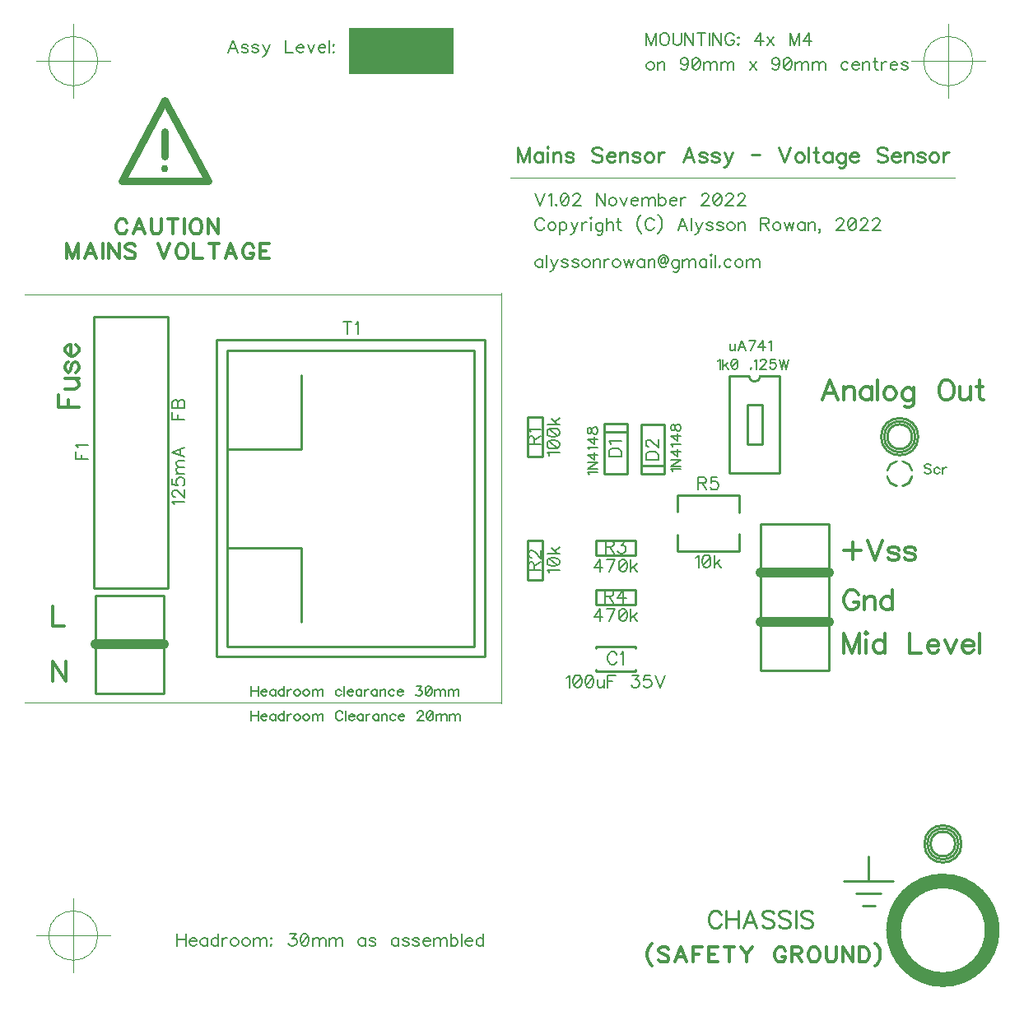
<source format=gbr>
G04 DipTrace 4.3.0.1*
G04 TopSilk.gbr*
%MOMM*%
G04 #@! TF.FileFunction,Legend,Top*
G04 #@! TF.Part,Single*
%ADD10C,0.25*%
%ADD14C,0.05*%
%ADD15C,1.5*%
%ADD16C,1.0*%
%ADD20C,0.75*%
%ADD59C,0.19608*%
%ADD60C,0.23529*%
%ADD61C,0.33333*%
%ADD62C,0.27451*%
%ADD63C,0.31373*%
%ADD64C,0.15686*%
%FSLAX35Y35*%
G04*
G71*
G90*
G75*
G01*
G04 TopSilk*
%LPD*%
X4444950Y-4953000D2*
D15*
X4445000D1*
G03X4445000Y-3937000I0J508000D01*
G01*
X4444950D1*
G03X4444950Y-4953000I0J-508000D01*
G01*
X3683050Y-3683000D2*
D10*
Y-3937000D1*
X3429000D2*
X3936950D1*
X3555950Y-4064000D2*
X3810000D1*
X3746450Y-4191000D2*
X3619500D1*
X-4000500Y3270250D2*
D20*
X-3556000Y4095750D1*
X-3111500Y3270250D1*
X-4000500D1*
X-3556000Y3778263D2*
Y3524257D1*
Y3397213D2*
D3*
X-4753973Y4500000D2*
D14*
G02X-4753973Y4500000I253973J0D01*
G01*
X-4881000D2*
X-4119000D1*
X-4500000Y4119000D2*
Y4881000D1*
X-4753973Y-4500000D2*
G02X-4753973Y-4500000I253973J0D01*
G01*
X-4881000D2*
X-4119000D1*
X-4500000Y-4881000D2*
Y-4119000D1*
X4246027Y4500000D2*
G02X4246027Y4500000I253973J0D01*
G01*
X4119000D2*
X4881000D1*
X4500000Y4119000D2*
Y4881000D1*
X-3026000Y1630000D2*
D10*
Y-1630000D1*
X-266000D1*
Y1630000D1*
X-3026000D1*
X-2915877Y1524050D2*
Y-1524050D1*
X-376123D1*
Y1524050D1*
X-2915877D1*
X-2154117Y1270097D2*
Y507907D1*
X-2915877D1*
X-2154117Y-1270097D2*
Y-507907D1*
X-2915877D1*
X-4270500Y-1003500D2*
Y-2003500D1*
X-3570500D1*
Y-1003500D1*
X-4270500D1*
Y-1503500D2*
D16*
X-3570500D1*
X330200Y838580D2*
D10*
X177800D1*
X330200Y431420D2*
Y838580D1*
Y431420D2*
X177800D1*
Y838580D1*
X330200Y-431420D2*
X177800D1*
X330200Y-838580D2*
Y-431420D1*
Y-838580D2*
X177800D1*
Y-431420D1*
X875920Y-431800D2*
Y-584200D1*
X1283080Y-431800D2*
X875920D1*
X1283080D2*
Y-584200D1*
X875920D1*
Y-939800D2*
Y-1092200D1*
X1283080Y-939800D2*
X875920D1*
X1283080D2*
Y-1092200D1*
X875920D1*
X3271000Y-1266000D2*
Y-266000D1*
X2571000D1*
Y-1266000D1*
X3271000D1*
Y-766000D2*
D16*
X2571000D1*
X3810000Y635000D2*
D10*
G02X3810000Y635000I190500J0D01*
G01*
X3873513D2*
G02X3873513Y635000I126987J0D01*
G01*
X3841737D2*
G02X3841737Y635000I158763J0D01*
G01*
X1279380Y-1526000D2*
Y-1544000D1*
Y-1758000D2*
Y-1776000D1*
X879620Y-1758000D2*
Y-1776000D1*
Y-1526000D2*
Y-1544000D1*
X1279380Y-1776000D2*
X879620D1*
X1279380Y-1526000D2*
X879620D1*
X1575500Y249800D2*
X1345500D1*
Y760200D1*
X1575500Y334597D2*
X1345500D1*
X1575500Y760200D2*
X1345500D1*
X1575500Y249800D2*
Y760200D1*
X964500Y766200D2*
X1194500D1*
Y255800D1*
X964500Y681403D2*
X1194500D1*
X964500Y255800D2*
X1194500D1*
X964500Y766200D2*
Y255800D1*
X4254500Y-3556000D2*
G02X4254500Y-3556000I190500J0D01*
G01*
X4318013D2*
G02X4318013Y-3556000I126987J0D01*
G01*
X4286237D2*
G02X4286237Y-3556000I158763J0D01*
G01*
X4032250Y381000D2*
G02X4127500Y285750I-15875J-111125D01*
G01*
Y222250D2*
G02X4032250Y127000I-111125J15875D01*
G01*
X3968750D2*
G02X3873500Y222250I15875J111125D01*
G01*
Y285750D2*
G02X3968750Y381000I111125J-15875D01*
G01*
X2768260Y1262000D2*
Y262000D1*
X2248240D2*
X2768260D1*
X2248240Y1262000D2*
Y262000D1*
Y1262000D2*
X2448240D1*
X2768260D2*
X2568260D1*
X2448240D2*
G03X2568260Y1262000I60010J10D01*
G01*
X2584450Y965607D2*
X2432050D1*
X2584450Y558393D2*
Y965607D1*
Y558393D2*
X2432050D1*
Y965607D1*
X2351993Y-364010D2*
Y-539000D1*
X1712007Y31000D2*
Y-134013D1*
X2351993Y31000D2*
Y-143990D1*
Y31000D2*
X1712007D1*
Y-373987D2*
Y-539000D1*
X2351993D2*
X2032000D1*
X1712007D2*
X2032000D1*
X-4286250Y-920750D2*
X-3524250D1*
Y1873250D1*
X-4286250D1*
Y-920750D1*
X2571000Y-1266000D2*
Y-1774000D1*
X3271000D1*
Y-1266000D1*
X2571000D1*
X3271000Y-1274000D2*
D16*
X2571000D1*
X4572000Y3302000D2*
D14*
X0D1*
X-5000000Y-2100000D2*
X-100000D1*
Y2112000D2*
Y-2112000D1*
X-5000000Y2100000D2*
X-100000D1*
G36*
X-1666250Y4842500D2*
X-586750D1*
Y4366250D1*
X-1666250D1*
Y4842500D1*
G37*
X191863Y3460468D2*
D60*
Y3613600D1*
X133576Y3460468D1*
X75288Y3613600D1*
Y3460468D1*
X326354Y3562556D2*
Y3460468D1*
Y3540656D2*
X311866Y3555312D1*
X297210Y3562556D1*
X275478D1*
X260822Y3555312D1*
X246335Y3540656D1*
X238922Y3518756D1*
Y3504268D1*
X246335Y3482368D1*
X260822Y3467881D1*
X275478Y3460468D1*
X297210D1*
X311866Y3467881D1*
X326354Y3482368D1*
X373413Y3613600D2*
X380656Y3606356D1*
X388069Y3613600D1*
X380656Y3621012D1*
X373413Y3613600D1*
X380656Y3562556D2*
Y3460468D1*
X435128Y3562556D2*
Y3460468D1*
Y3533412D2*
X457028Y3555312D1*
X471684Y3562556D1*
X493415D1*
X508071Y3555312D1*
X515315Y3533412D1*
Y3460468D1*
X642562Y3540656D2*
X635318Y3555312D1*
X613418Y3562556D1*
X591518D1*
X569618Y3555312D1*
X562374Y3540656D1*
X569618Y3526168D1*
X584274Y3518756D1*
X620662Y3511512D1*
X635318Y3504268D1*
X642562Y3489612D1*
Y3482368D1*
X635318Y3467881D1*
X613418Y3460468D1*
X591518D1*
X569618Y3467881D1*
X562374Y3482368D1*
X939844Y3591700D2*
X925356Y3606356D1*
X903456Y3613600D1*
X874313D1*
X852413Y3606356D1*
X837756Y3591700D1*
Y3577212D1*
X845169Y3562556D1*
X852413Y3555312D1*
X866900Y3548068D1*
X910700Y3533412D1*
X925356Y3526168D1*
X932600Y3518756D1*
X939844Y3504268D1*
Y3482368D1*
X925356Y3467881D1*
X903456Y3460468D1*
X874313D1*
X852413Y3467881D1*
X837756Y3482368D1*
X986903Y3518756D2*
X1074334D1*
Y3533412D1*
X1067091Y3548068D1*
X1059847Y3555312D1*
X1045191Y3562556D1*
X1023291D1*
X1008803Y3555312D1*
X994147Y3540656D1*
X986903Y3518756D1*
Y3504268D1*
X994147Y3482368D1*
X1008803Y3467881D1*
X1023291Y3460468D1*
X1045191D1*
X1059847Y3467881D1*
X1074334Y3482368D1*
X1121393Y3562556D2*
Y3460468D1*
Y3533412D2*
X1143293Y3555312D1*
X1157949Y3562556D1*
X1179681D1*
X1194337Y3555312D1*
X1201581Y3533412D1*
Y3460468D1*
X1328827Y3540656D2*
X1321584Y3555312D1*
X1299684Y3562556D1*
X1277784D1*
X1255884Y3555312D1*
X1248640Y3540656D1*
X1255884Y3526168D1*
X1270540Y3518756D1*
X1306927Y3511512D1*
X1321584Y3504268D1*
X1328827Y3489612D1*
Y3482368D1*
X1321584Y3467881D1*
X1299684Y3460468D1*
X1277784D1*
X1255884Y3467881D1*
X1248640Y3482368D1*
X1412274Y3562556D2*
X1397786Y3555312D1*
X1383130Y3540656D1*
X1375886Y3518756D1*
Y3504268D1*
X1383130Y3482368D1*
X1397786Y3467881D1*
X1412274Y3460468D1*
X1434174D1*
X1448830Y3467881D1*
X1463318Y3482368D1*
X1470730Y3504268D1*
Y3518756D1*
X1463318Y3540656D1*
X1448830Y3555312D1*
X1434174Y3562556D1*
X1412274D1*
X1517789D2*
Y3460468D1*
Y3518756D2*
X1525201Y3540656D1*
X1539689Y3555312D1*
X1554345Y3562556D1*
X1576245D1*
X1888184Y3460468D2*
X1829727Y3613600D1*
X1771440Y3460468D1*
X1793340Y3511512D2*
X1866284D1*
X2015430Y3540656D2*
X2008186Y3555312D1*
X1986286Y3562556D1*
X1964386D1*
X1942486Y3555312D1*
X1935242Y3540656D1*
X1942486Y3526168D1*
X1957142Y3518756D1*
X1993530Y3511512D1*
X2008186Y3504268D1*
X2015430Y3489612D1*
Y3482368D1*
X2008186Y3467881D1*
X1986286Y3460468D1*
X1964386D1*
X1942486Y3467881D1*
X1935242Y3482368D1*
X2142677Y3540656D2*
X2135433Y3555312D1*
X2113533Y3562556D1*
X2091633D1*
X2069733Y3555312D1*
X2062489Y3540656D1*
X2069733Y3526168D1*
X2084389Y3518756D1*
X2120777Y3511512D1*
X2135433Y3504268D1*
X2142677Y3489612D1*
Y3482368D1*
X2135433Y3467881D1*
X2113533Y3460468D1*
X2091633D1*
X2069733Y3467881D1*
X2062489Y3482368D1*
X2197148Y3562556D2*
X2240779Y3460468D1*
X2226292Y3431325D1*
X2211635Y3416668D1*
X2197148Y3409425D1*
X2189735D1*
X2284579Y3562556D2*
X2240779Y3460468D1*
X2479774Y3536950D2*
X2564005D1*
X2759199Y3613600D2*
X2817487Y3460468D1*
X2875775Y3613600D1*
X2959221Y3562556D2*
X2944733Y3555312D1*
X2930077Y3540656D1*
X2922833Y3518756D1*
Y3504268D1*
X2930077Y3482368D1*
X2944733Y3467881D1*
X2959221Y3460468D1*
X2981121D1*
X2995777Y3467881D1*
X3010265Y3482368D1*
X3017677Y3504268D1*
Y3518756D1*
X3010265Y3540656D1*
X2995777Y3555312D1*
X2981121Y3562556D1*
X2959221D1*
X3064736Y3613600D2*
Y3460468D1*
X3133695Y3613600D2*
Y3489612D1*
X3140939Y3467881D1*
X3155595Y3460468D1*
X3170083D1*
X3111795Y3562556D2*
X3162839D1*
X3304573D2*
Y3460468D1*
Y3540656D2*
X3290085Y3555312D1*
X3275429Y3562556D1*
X3253697D1*
X3239041Y3555312D1*
X3224554Y3540656D1*
X3217141Y3518756D1*
Y3504268D1*
X3224554Y3482368D1*
X3239041Y3467881D1*
X3253697Y3460468D1*
X3275429D1*
X3290085Y3467881D1*
X3304573Y3482368D1*
X3439063Y3555312D2*
Y3438568D1*
X3431819Y3416837D1*
X3424576Y3409425D1*
X3409919Y3402181D1*
X3388019D1*
X3373532Y3409425D1*
X3439063Y3533412D2*
X3424576Y3547900D1*
X3409919Y3555312D1*
X3388019D1*
X3373532Y3547900D1*
X3358876Y3533412D1*
X3351632Y3511512D1*
Y3496856D1*
X3358876Y3475125D1*
X3373532Y3460468D1*
X3388019Y3453225D1*
X3409919D1*
X3424576Y3460468D1*
X3439063Y3475125D1*
X3486122Y3518756D2*
X3573554D1*
Y3533412D1*
X3566310Y3548068D1*
X3559066Y3555312D1*
X3544410Y3562556D1*
X3522510D1*
X3508022Y3555312D1*
X3493366Y3540656D1*
X3486122Y3518756D1*
Y3504268D1*
X3493366Y3482368D1*
X3508022Y3467881D1*
X3522510Y3460468D1*
X3544410D1*
X3559066Y3467881D1*
X3573554Y3482368D1*
X3870836Y3591700D2*
X3856348Y3606356D1*
X3834448Y3613600D1*
X3805304D1*
X3783404Y3606356D1*
X3768748Y3591700D1*
Y3577212D1*
X3776160Y3562556D1*
X3783404Y3555312D1*
X3797892Y3548068D1*
X3841692Y3533412D1*
X3856348Y3526168D1*
X3863592Y3518756D1*
X3870836Y3504268D1*
Y3482368D1*
X3856348Y3467881D1*
X3834448Y3460468D1*
X3805304D1*
X3783404Y3467881D1*
X3768748Y3482368D1*
X3917895Y3518756D2*
X4005326D1*
Y3533412D1*
X3998082Y3548068D1*
X3990839Y3555312D1*
X3976182Y3562556D1*
X3954282D1*
X3939795Y3555312D1*
X3925139Y3540656D1*
X3917895Y3518756D1*
Y3504268D1*
X3925139Y3482368D1*
X3939795Y3467881D1*
X3954282Y3460468D1*
X3976182D1*
X3990839Y3467881D1*
X4005326Y3482368D1*
X4052385Y3562556D2*
Y3460468D1*
Y3533412D2*
X4074285Y3555312D1*
X4088941Y3562556D1*
X4110673D1*
X4125329Y3555312D1*
X4132573Y3533412D1*
Y3460468D1*
X4259819Y3540656D2*
X4252575Y3555312D1*
X4230675Y3562556D1*
X4208775D1*
X4186875Y3555312D1*
X4179632Y3540656D1*
X4186875Y3526168D1*
X4201532Y3518756D1*
X4237919Y3511512D1*
X4252575Y3504268D1*
X4259819Y3489612D1*
Y3482368D1*
X4252575Y3467881D1*
X4230675Y3460468D1*
X4208775D1*
X4186875Y3467881D1*
X4179632Y3482368D1*
X4343266Y3562556D2*
X4328778Y3555312D1*
X4314122Y3540656D1*
X4306878Y3518756D1*
Y3504268D1*
X4314122Y3482368D1*
X4328778Y3467881D1*
X4343266Y3460468D1*
X4365166D1*
X4379822Y3467881D1*
X4394310Y3482368D1*
X4401722Y3504268D1*
Y3518756D1*
X4394310Y3540656D1*
X4379822Y3555312D1*
X4365166Y3562556D1*
X4343266D1*
X4448781D2*
Y3460468D1*
Y3518756D2*
X4456193Y3540656D1*
X4470681Y3555312D1*
X4485337Y3562556D1*
X4507237D1*
X254001Y3141728D2*
D59*
X302574Y3014119D1*
X351147Y3141728D1*
X390362Y3117301D2*
X402576Y3123478D1*
X420826Y3141588D1*
Y3014119D1*
X466078Y3026332D2*
X460042Y3020155D1*
X466078Y3014119D1*
X472255Y3020155D1*
X466078Y3026332D1*
X547971Y3141588D2*
X529721Y3135551D1*
X517507Y3117301D1*
X511471Y3086978D1*
Y3068728D1*
X517507Y3038405D1*
X529721Y3020155D1*
X547971Y3014119D1*
X560044D1*
X578294Y3020155D1*
X590367Y3038405D1*
X596544Y3068728D1*
Y3086978D1*
X590367Y3117301D1*
X578294Y3135551D1*
X560044Y3141588D1*
X547971D1*
X590367Y3117301D2*
X517507Y3038405D1*
X641936Y3111265D2*
Y3117301D1*
X647973Y3129515D1*
X654009Y3135551D1*
X666223Y3141588D1*
X690509D1*
X702583Y3135551D1*
X708619Y3129515D1*
X714796Y3117301D1*
Y3105228D1*
X708619Y3093015D1*
X696546Y3074905D1*
X635759Y3014119D1*
X720833D1*
X968568Y3141728D2*
Y3014119D1*
X883495Y3141728D1*
Y3014119D1*
X1038107Y3099192D2*
X1026033Y3093155D1*
X1013820Y3080942D1*
X1007783Y3062692D1*
Y3050619D1*
X1013820Y3032369D1*
X1026033Y3020296D1*
X1038107Y3014119D1*
X1056357D1*
X1068570Y3020296D1*
X1080643Y3032369D1*
X1086820Y3050619D1*
Y3062692D1*
X1080643Y3080942D1*
X1068570Y3093155D1*
X1056357Y3099192D1*
X1038107D1*
X1126036D2*
X1162536Y3014119D1*
X1198895Y3099192D1*
X1238111Y3062692D2*
X1310971D1*
Y3074905D1*
X1304934Y3087119D1*
X1298898Y3093155D1*
X1286684Y3099192D1*
X1268434D1*
X1256361Y3093155D1*
X1244148Y3080942D1*
X1238111Y3062692D1*
Y3050619D1*
X1244148Y3032369D1*
X1256361Y3020296D1*
X1268434Y3014119D1*
X1286684D1*
X1298898Y3020296D1*
X1310971Y3032369D1*
X1350186Y3099192D2*
Y3014119D1*
Y3074905D2*
X1368436Y3093155D1*
X1380650Y3099192D1*
X1398759D1*
X1410973Y3093155D1*
X1417009Y3074905D1*
Y3014119D1*
Y3074905D2*
X1435259Y3093155D1*
X1447473Y3099192D1*
X1465582D1*
X1477796Y3093155D1*
X1483973Y3074905D1*
Y3014119D1*
X1523189Y3141728D2*
Y3014119D1*
Y3080942D2*
X1535402Y3093155D1*
X1547475Y3099192D1*
X1565725D1*
X1577798Y3093155D1*
X1590012Y3080942D1*
X1596048Y3062692D1*
Y3050619D1*
X1590012Y3032369D1*
X1577798Y3020296D1*
X1565725Y3014119D1*
X1547475D1*
X1535402Y3020296D1*
X1523189Y3032369D1*
X1635264Y3062692D2*
X1708123D1*
Y3074905D1*
X1702087Y3087119D1*
X1696050Y3093155D1*
X1683837Y3099192D1*
X1665587D1*
X1653514Y3093155D1*
X1641300Y3080942D1*
X1635264Y3062692D1*
Y3050619D1*
X1641300Y3032369D1*
X1653514Y3020296D1*
X1665587Y3014119D1*
X1683837D1*
X1696050Y3020296D1*
X1708123Y3032369D1*
X1747339Y3099192D2*
Y3014119D1*
Y3062692D2*
X1753516Y3080942D1*
X1765589Y3093155D1*
X1777803Y3099192D1*
X1796053D1*
X1964892Y3111265D2*
Y3117301D1*
X1970928Y3129515D1*
X1976965Y3135551D1*
X1989178Y3141588D1*
X2013465D1*
X2025538Y3135551D1*
X2031574Y3129515D1*
X2037751Y3117301D1*
Y3105228D1*
X2031574Y3093015D1*
X2019501Y3074905D1*
X1958715Y3014119D1*
X2043788D1*
X2119503Y3141588D2*
X2101253Y3135551D1*
X2089040Y3117301D1*
X2083003Y3086978D1*
Y3068728D1*
X2089040Y3038405D1*
X2101253Y3020155D1*
X2119503Y3014119D1*
X2131577D1*
X2149827Y3020155D1*
X2161900Y3038405D1*
X2168077Y3068728D1*
Y3086978D1*
X2161900Y3117301D1*
X2149827Y3135551D1*
X2131577Y3141588D1*
X2119503D1*
X2161900Y3117301D2*
X2089040Y3038405D1*
X2213469Y3111265D2*
Y3117301D1*
X2219506Y3129515D1*
X2225542Y3135551D1*
X2237756Y3141588D1*
X2262042D1*
X2274115Y3135551D1*
X2280152Y3129515D1*
X2286329Y3117301D1*
Y3105228D1*
X2280152Y3093015D1*
X2268079Y3074905D1*
X2207292Y3014119D1*
X2292365D1*
X2337758Y3111265D2*
Y3117301D1*
X2343794Y3129515D1*
X2349831Y3135551D1*
X2362044Y3141588D1*
X2386331D1*
X2398404Y3135551D1*
X2404441Y3129515D1*
X2410618Y3117301D1*
Y3105228D1*
X2404441Y3093015D1*
X2392368Y3074905D1*
X2331581Y3014119D1*
X2416654D1*
X345110Y2857405D2*
X339074Y2869478D1*
X326860Y2881692D1*
X314787Y2887728D1*
X290501D1*
X278287Y2881692D1*
X266214Y2869478D1*
X260037Y2857405D1*
X254001Y2839155D1*
Y2808692D1*
X260037Y2790582D1*
X266214Y2778369D1*
X278287Y2766296D1*
X290501Y2760119D1*
X314787D1*
X326860Y2766296D1*
X339074Y2778369D1*
X345110Y2790582D1*
X414649Y2845192D2*
X402576Y2839155D1*
X390362Y2826942D1*
X384326Y2808692D1*
Y2796619D1*
X390362Y2778369D1*
X402576Y2766296D1*
X414649Y2760119D1*
X432899D1*
X445112Y2766296D1*
X457186Y2778369D1*
X463362Y2796619D1*
Y2808692D1*
X457186Y2826942D1*
X445112Y2839155D1*
X432899Y2845192D1*
X414649D1*
X502578D2*
Y2717582D1*
Y2826942D2*
X514792Y2839015D1*
X526865Y2845192D1*
X545115D1*
X557328Y2839015D1*
X569401Y2826942D1*
X575578Y2808692D1*
Y2796478D1*
X569401Y2778369D1*
X557328Y2766155D1*
X545115Y2760119D1*
X526865D1*
X514792Y2766155D1*
X502578Y2778369D1*
X620971Y2845192D2*
X657330Y2760119D1*
X645257Y2735832D1*
X633044Y2723619D1*
X620971Y2717582D1*
X614794D1*
X693830Y2845192D2*
X657330Y2760119D1*
X733046Y2845192D2*
Y2760119D1*
Y2808692D2*
X739223Y2826942D1*
X751296Y2839155D1*
X763509Y2845192D1*
X781759D1*
X820975Y2887728D2*
X827012Y2881692D1*
X833189Y2887728D1*
X827012Y2893905D1*
X820975Y2887728D1*
X827012Y2845192D2*
Y2760119D1*
X945264Y2839155D2*
Y2741869D1*
X939227Y2723759D1*
X933191Y2717582D1*
X920977Y2711546D1*
X902727D1*
X890654Y2717582D1*
X945264Y2820905D2*
X933191Y2832978D1*
X920977Y2839155D1*
X902727D1*
X890654Y2832978D1*
X878441Y2820905D1*
X872404Y2802655D1*
Y2790442D1*
X878441Y2772332D1*
X890654Y2760119D1*
X902727Y2754082D1*
X920977D1*
X933191Y2760119D1*
X945264Y2772332D1*
X984480Y2887728D2*
Y2760119D1*
Y2820905D2*
X1002730Y2839155D1*
X1014943Y2845192D1*
X1033193D1*
X1045266Y2839155D1*
X1051303Y2820905D1*
Y2760119D1*
X1108768Y2887728D2*
Y2784405D1*
X1114805Y2766296D1*
X1127018Y2760119D1*
X1139091D1*
X1090518Y2845192D2*
X1133055D1*
X1344290Y2920999D2*
X1332077Y2908926D1*
X1320004Y2890676D1*
X1307790Y2866390D1*
X1301754Y2835926D1*
Y2811640D1*
X1307790Y2781317D1*
X1320004Y2757030D1*
X1332077Y2738780D1*
X1344290Y2726707D1*
X1474615Y2857405D2*
X1468579Y2869478D1*
X1456365Y2881692D1*
X1444292Y2887728D1*
X1420006D1*
X1407792Y2881692D1*
X1395719Y2869478D1*
X1389542Y2857405D1*
X1383506Y2839155D1*
Y2808692D1*
X1389542Y2790582D1*
X1395719Y2778369D1*
X1407792Y2766296D1*
X1420006Y2760119D1*
X1444292D1*
X1456365Y2766296D1*
X1468579Y2778369D1*
X1474615Y2790582D1*
X1513831Y2920999D2*
X1526045Y2908926D1*
X1538118Y2890676D1*
X1550331Y2866390D1*
X1556368Y2835926D1*
Y2811640D1*
X1550331Y2781317D1*
X1538118Y2757030D1*
X1526045Y2738780D1*
X1513831Y2726707D1*
X1816316Y2760119D2*
X1767603Y2887728D1*
X1719030Y2760119D1*
X1737280Y2802655D2*
X1798066D1*
X1855532Y2887728D2*
Y2760119D1*
X1900925Y2845192D2*
X1937284Y2760119D1*
X1925211Y2735832D1*
X1912998Y2723619D1*
X1900925Y2717582D1*
X1894748D1*
X1973784Y2845192D2*
X1937284Y2760119D1*
X2079823Y2826942D2*
X2073786Y2839155D1*
X2055536Y2845192D1*
X2037286D1*
X2019036Y2839155D1*
X2013000Y2826942D1*
X2019036Y2814869D1*
X2031250Y2808692D1*
X2061573Y2802655D1*
X2073786Y2796619D1*
X2079823Y2784405D1*
Y2778369D1*
X2073786Y2766296D1*
X2055536Y2760119D1*
X2037286D1*
X2019036Y2766296D1*
X2013000Y2778369D1*
X2185862Y2826942D2*
X2179825Y2839155D1*
X2161575Y2845192D1*
X2143325D1*
X2125075Y2839155D1*
X2119039Y2826942D1*
X2125075Y2814869D1*
X2137289Y2808692D1*
X2167612Y2802655D1*
X2179825Y2796619D1*
X2185862Y2784405D1*
Y2778369D1*
X2179825Y2766296D1*
X2161575Y2760119D1*
X2143325D1*
X2125075Y2766296D1*
X2119039Y2778369D1*
X2255401Y2845192D2*
X2243327Y2839155D1*
X2231114Y2826942D1*
X2225077Y2808692D1*
Y2796619D1*
X2231114Y2778369D1*
X2243327Y2766296D1*
X2255401Y2760119D1*
X2273651D1*
X2285864Y2766296D1*
X2297937Y2778369D1*
X2304114Y2796619D1*
Y2808692D1*
X2297937Y2826942D1*
X2285864Y2839155D1*
X2273651Y2845192D1*
X2255401D1*
X2343330D2*
Y2760119D1*
Y2820905D2*
X2361580Y2839155D1*
X2373793Y2845192D1*
X2391903D1*
X2404116Y2839155D1*
X2410153Y2820905D1*
Y2760119D1*
X2572815Y2826942D2*
X2627425D1*
X2645675Y2833119D1*
X2651851Y2839155D1*
X2657888Y2851228D1*
Y2863442D1*
X2651851Y2875515D1*
X2645675Y2881692D1*
X2627425Y2887728D1*
X2572815D1*
Y2760119D1*
X2615351Y2826942D2*
X2657888Y2760119D1*
X2727427Y2845192D2*
X2715354Y2839155D1*
X2703140Y2826942D1*
X2697104Y2808692D1*
Y2796619D1*
X2703140Y2778369D1*
X2715354Y2766296D1*
X2727427Y2760119D1*
X2745677D1*
X2757890Y2766296D1*
X2769963Y2778369D1*
X2776140Y2796619D1*
Y2808692D1*
X2769963Y2826942D1*
X2757890Y2839155D1*
X2745677Y2845192D1*
X2727427D1*
X2815356D2*
X2839642Y2760119D1*
X2863929Y2845192D1*
X2888216Y2760119D1*
X2912502Y2845192D1*
X3024577D2*
Y2760119D1*
Y2826942D2*
X3012504Y2839155D1*
X3000291Y2845192D1*
X2982181D1*
X2969968Y2839155D1*
X2957895Y2826942D1*
X2951718Y2808692D1*
Y2796619D1*
X2957895Y2778369D1*
X2969968Y2766296D1*
X2982181Y2760119D1*
X3000291D1*
X3012504Y2766296D1*
X3024577Y2778369D1*
X3063793Y2845192D2*
Y2760119D1*
Y2820905D2*
X3082043Y2839155D1*
X3094257Y2845192D1*
X3112366D1*
X3124580Y2839155D1*
X3130616Y2820905D1*
Y2760119D1*
X3182045Y2766155D2*
X3175868Y2760119D1*
X3169832Y2766155D1*
X3175868Y2772332D1*
X3182045Y2766155D1*
Y2754082D1*
X3175868Y2741869D1*
X3169832Y2735832D1*
X3350884Y2857265D2*
Y2863301D1*
X3356921Y2875515D1*
X3362957Y2881551D1*
X3375171Y2887588D1*
X3399457D1*
X3411530Y2881551D1*
X3417567Y2875515D1*
X3423744Y2863301D1*
Y2851228D1*
X3417567Y2839015D1*
X3405494Y2820905D1*
X3344707Y2760119D1*
X3429780D1*
X3505496Y2887588D2*
X3487246Y2881551D1*
X3475033Y2863301D1*
X3468996Y2832978D1*
Y2814728D1*
X3475033Y2784405D1*
X3487246Y2766155D1*
X3505496Y2760119D1*
X3517569D1*
X3535819Y2766155D1*
X3547892Y2784405D1*
X3554069Y2814728D1*
Y2832978D1*
X3547892Y2863301D1*
X3535819Y2881551D1*
X3517569Y2887588D1*
X3505496D1*
X3547892Y2863301D2*
X3475033Y2784405D1*
X3599462Y2857265D2*
Y2863301D1*
X3605498Y2875515D1*
X3611535Y2881551D1*
X3623748Y2887588D1*
X3648035D1*
X3660108Y2881551D1*
X3666145Y2875515D1*
X3672321Y2863301D1*
Y2851228D1*
X3666145Y2839015D1*
X3654071Y2820905D1*
X3593285Y2760119D1*
X3678358D1*
X3723751Y2857265D2*
Y2863301D1*
X3729787Y2875515D1*
X3735824Y2881551D1*
X3748037Y2887588D1*
X3772324D1*
X3784397Y2881551D1*
X3790433Y2875515D1*
X3796610Y2863301D1*
Y2851228D1*
X3790433Y2839015D1*
X3778360Y2820905D1*
X3717574Y2760119D1*
X3802647D1*
X326860Y2464192D2*
Y2379119D1*
Y2445942D2*
X314787Y2458155D1*
X302574Y2464192D1*
X284464D1*
X272251Y2458155D1*
X260178Y2445942D1*
X254001Y2427692D1*
Y2415619D1*
X260178Y2397369D1*
X272251Y2385296D1*
X284464Y2379119D1*
X302574D1*
X314787Y2385296D1*
X326860Y2397369D1*
X366076Y2506728D2*
Y2379119D1*
X411468Y2464192D2*
X447828Y2379119D1*
X435755Y2354832D1*
X423542Y2342619D1*
X411468Y2336582D1*
X405292D1*
X484328Y2464192D2*
X447828Y2379119D1*
X590367Y2445942D2*
X584330Y2458155D1*
X566080Y2464192D1*
X547830D1*
X529580Y2458155D1*
X523544Y2445942D1*
X529580Y2433869D1*
X541794Y2427692D1*
X572117Y2421655D1*
X584330Y2415619D1*
X590367Y2403405D1*
Y2397369D1*
X584330Y2385296D1*
X566080Y2379119D1*
X547830D1*
X529580Y2385296D1*
X523544Y2397369D1*
X696406Y2445942D2*
X690369Y2458155D1*
X672119Y2464192D1*
X653869D1*
X635619Y2458155D1*
X629583Y2445942D1*
X635619Y2433869D1*
X647833Y2427692D1*
X678156Y2421655D1*
X690369Y2415619D1*
X696406Y2403405D1*
Y2397369D1*
X690369Y2385296D1*
X672119Y2379119D1*
X653869D1*
X635619Y2385296D1*
X629583Y2397369D1*
X765944Y2464192D2*
X753871Y2458155D1*
X741658Y2445942D1*
X735621Y2427692D1*
Y2415619D1*
X741658Y2397369D1*
X753871Y2385296D1*
X765944Y2379119D1*
X784194D1*
X796408Y2385296D1*
X808481Y2397369D1*
X814658Y2415619D1*
Y2427692D1*
X808481Y2445942D1*
X796408Y2458155D1*
X784194Y2464192D1*
X765944D1*
X853874D2*
Y2379119D1*
Y2439905D2*
X872124Y2458155D1*
X884337Y2464192D1*
X902447D1*
X914660Y2458155D1*
X920697Y2439905D1*
Y2379119D1*
X959912Y2464192D2*
Y2379119D1*
Y2427692D2*
X966089Y2445942D1*
X978162Y2458155D1*
X990376Y2464192D1*
X1008626D1*
X1078165D2*
X1066091Y2458155D1*
X1053878Y2445942D1*
X1047841Y2427692D1*
Y2415619D1*
X1053878Y2397369D1*
X1066091Y2385296D1*
X1078165Y2379119D1*
X1096415D1*
X1108628Y2385296D1*
X1120701Y2397369D1*
X1126878Y2415619D1*
Y2427692D1*
X1120701Y2445942D1*
X1108628Y2458155D1*
X1096415Y2464192D1*
X1078165D1*
X1166094D2*
X1190380Y2379119D1*
X1214667Y2464192D1*
X1238953Y2379119D1*
X1263240Y2464192D1*
X1375315D2*
Y2379119D1*
Y2445942D2*
X1363242Y2458155D1*
X1351029Y2464192D1*
X1332919D1*
X1320706Y2458155D1*
X1308632Y2445942D1*
X1302456Y2427692D1*
Y2415619D1*
X1308632Y2397369D1*
X1320706Y2385296D1*
X1332919Y2379119D1*
X1351029D1*
X1363242Y2385296D1*
X1375315Y2397369D1*
X1414531Y2464192D2*
Y2379119D1*
Y2439905D2*
X1432781Y2458155D1*
X1444994Y2464192D1*
X1463104D1*
X1475317Y2458155D1*
X1481354Y2439905D1*
Y2379119D1*
X1587393Y2476265D2*
X1569143D1*
X1557070Y2470228D1*
X1550893Y2464192D1*
X1544856Y2451978D1*
Y2427692D1*
X1550893Y2421655D1*
X1563106D1*
X1587393Y2427692D1*
X1593429Y2415619D1*
X1599466D1*
X1611679Y2427692D1*
X1617716Y2458015D1*
X1611679Y2476265D1*
X1605643Y2488478D1*
X1593429Y2500551D1*
X1581356Y2506588D1*
X1557070D1*
X1544856Y2500551D1*
X1532783Y2488478D1*
X1526606Y2476265D1*
X1520570Y2458015D1*
Y2427692D1*
X1526606Y2409442D1*
X1532783Y2397369D1*
X1544856Y2385155D1*
X1557070Y2379119D1*
X1581356D1*
X1593429Y2385155D1*
X1605643Y2397369D1*
X1587393Y2482301D2*
Y2427692D1*
X1729791Y2458155D2*
Y2360869D1*
X1723755Y2342759D1*
X1717718Y2336582D1*
X1705505Y2330546D1*
X1687255D1*
X1675181Y2336582D1*
X1729791Y2439905D2*
X1717718Y2451978D1*
X1705505Y2458155D1*
X1687255D1*
X1675181Y2451978D1*
X1662968Y2439905D1*
X1656931Y2421655D1*
Y2409442D1*
X1662968Y2391332D1*
X1675181Y2379119D1*
X1687255Y2373082D1*
X1705505D1*
X1717718Y2379119D1*
X1729791Y2391332D1*
X1769007Y2464192D2*
Y2379119D1*
Y2439905D2*
X1787257Y2458155D1*
X1799470Y2464192D1*
X1817580D1*
X1829793Y2458155D1*
X1835830Y2439905D1*
Y2379119D1*
Y2439905D2*
X1854080Y2458155D1*
X1866293Y2464192D1*
X1884403D1*
X1896616Y2458155D1*
X1902793Y2439905D1*
Y2379119D1*
X2014869Y2464192D2*
Y2379119D1*
Y2445942D2*
X2002795Y2458155D1*
X1990582Y2464192D1*
X1972472D1*
X1960259Y2458155D1*
X1948186Y2445942D1*
X1942009Y2427692D1*
Y2415619D1*
X1948186Y2397369D1*
X1960259Y2385296D1*
X1972472Y2379119D1*
X1990582D1*
X2002795Y2385296D1*
X2014869Y2397369D1*
X2054084Y2506728D2*
X2060121Y2500692D1*
X2066298Y2506728D1*
X2060121Y2512905D1*
X2054084Y2506728D1*
X2060121Y2464192D2*
Y2379119D1*
X2105513Y2506728D2*
Y2379119D1*
X2150766Y2391332D2*
X2144729Y2385155D1*
X2150766Y2379119D1*
X2156943Y2385155D1*
X2150766Y2391332D1*
X2269158Y2445942D2*
X2256945Y2458155D1*
X2244731Y2464192D1*
X2226622D1*
X2214408Y2458155D1*
X2202335Y2445942D1*
X2196158Y2427692D1*
Y2415619D1*
X2202335Y2397369D1*
X2214408Y2385296D1*
X2226622Y2379119D1*
X2244731D1*
X2256945Y2385296D1*
X2269158Y2397369D1*
X2338697Y2464192D2*
X2326624Y2458155D1*
X2314410Y2445942D1*
X2308374Y2427692D1*
Y2415619D1*
X2314410Y2397369D1*
X2326624Y2385296D1*
X2338697Y2379119D1*
X2356947D1*
X2369160Y2385296D1*
X2381234Y2397369D1*
X2387410Y2415619D1*
Y2427692D1*
X2381234Y2445942D1*
X2369160Y2458155D1*
X2356947Y2464192D1*
X2338697D1*
X2426626D2*
Y2379119D1*
Y2439905D2*
X2444876Y2458155D1*
X2457090Y2464192D1*
X2475199D1*
X2487413Y2458155D1*
X2493449Y2439905D1*
Y2379119D1*
Y2439905D2*
X2511699Y2458155D1*
X2523913Y2464192D1*
X2542022D1*
X2554236Y2458155D1*
X2560413Y2439905D1*
Y2379119D1*
X-4448561Y2467080D2*
D61*
Y2620211D1*
X-4506849Y2467080D1*
X-4565137Y2620211D1*
Y2467080D1*
X-4265151D2*
X-4323607Y2620211D1*
X-4381895Y2467080D1*
X-4359995Y2518124D2*
X-4287051D1*
X-4198484Y2620211D2*
Y2467080D1*
X-4029730Y2620211D2*
Y2467080D1*
X-4131817Y2620211D1*
Y2467080D1*
X-3860975Y2598311D2*
X-3875463Y2612967D1*
X-3897363Y2620211D1*
X-3926507D1*
X-3948407Y2612967D1*
X-3963063Y2598311D1*
Y2583824D1*
X-3955651Y2569167D1*
X-3948407Y2561924D1*
X-3933919Y2554680D1*
X-3890119Y2540024D1*
X-3875463Y2532780D1*
X-3868219Y2525367D1*
X-3860975Y2510880D1*
Y2488980D1*
X-3875463Y2474492D1*
X-3897363Y2467080D1*
X-3926507D1*
X-3948407Y2474492D1*
X-3963063Y2488980D1*
X-3626565Y2620211D2*
X-3568277Y2467080D1*
X-3509990Y2620211D1*
X-3399523D2*
X-3414179Y2612967D1*
X-3428667Y2598311D1*
X-3436079Y2583824D1*
X-3443323Y2561924D1*
Y2525367D1*
X-3436079Y2503636D1*
X-3428667Y2488980D1*
X-3414179Y2474492D1*
X-3399523Y2467080D1*
X-3370379D1*
X-3355892Y2474492D1*
X-3341235Y2488980D1*
X-3333992Y2503636D1*
X-3326748Y2525367D1*
Y2561924D1*
X-3333992Y2583824D1*
X-3341235Y2598311D1*
X-3355892Y2612967D1*
X-3370379Y2620211D1*
X-3399523D1*
X-3260081D2*
Y2467080D1*
X-3172649D1*
X-3054939Y2620211D2*
Y2467080D1*
X-3105983Y2620211D2*
X-3003895D1*
X-2820485Y2467080D2*
X-2878941Y2620211D1*
X-2937228Y2467080D1*
X-2915328Y2518124D2*
X-2842385D1*
X-2644486Y2583824D2*
X-2651730Y2598311D1*
X-2666386Y2612967D1*
X-2680874Y2620211D1*
X-2710018D1*
X-2724674Y2612967D1*
X-2739162Y2598311D1*
X-2746574Y2583824D1*
X-2753818Y2561924D1*
Y2525367D1*
X-2746574Y2503636D1*
X-2739162Y2488980D1*
X-2724674Y2474492D1*
X-2710018Y2467080D1*
X-2680874D1*
X-2666386Y2474492D1*
X-2651730Y2488980D1*
X-2644486Y2503636D1*
Y2525367D1*
X-2680874D1*
X-2483144Y2620211D2*
X-2577820D1*
Y2467080D1*
X-2483144D1*
X-2577820Y2547267D2*
X-2519532D1*
X-3947805Y2837824D2*
X-3955049Y2852311D1*
X-3969705Y2866967D1*
X-3984193Y2874211D1*
X-4013337D1*
X-4027993Y2866967D1*
X-4042481Y2852311D1*
X-4049893Y2837824D1*
X-4057137Y2815924D1*
Y2779367D1*
X-4049893Y2757636D1*
X-4042481Y2742980D1*
X-4027993Y2728492D1*
X-4013337Y2721080D1*
X-3984193D1*
X-3969705Y2728492D1*
X-3955049Y2742980D1*
X-3947805Y2757636D1*
X-3764395Y2721080D2*
X-3822851Y2874211D1*
X-3881138Y2721080D1*
X-3859238Y2772124D2*
X-3786295D1*
X-3697728Y2874211D2*
Y2764880D1*
X-3690484Y2742980D1*
X-3675828Y2728492D1*
X-3653928Y2721080D1*
X-3639440D1*
X-3617540Y2728492D1*
X-3602884Y2742980D1*
X-3595640Y2764880D1*
Y2874211D1*
X-3477930D2*
Y2721080D1*
X-3528974Y2874211D2*
X-3426886D1*
X-3360219D2*
Y2721080D1*
X-3249753Y2874211D2*
X-3264409Y2866967D1*
X-3278896Y2852311D1*
X-3286309Y2837824D1*
X-3293553Y2815924D1*
Y2779367D1*
X-3286309Y2757636D1*
X-3278896Y2742980D1*
X-3264409Y2728492D1*
X-3249753Y2721080D1*
X-3220609D1*
X-3206121Y2728492D1*
X-3191465Y2742980D1*
X-3184221Y2757636D1*
X-3176977Y2779367D1*
Y2815924D1*
X-3184221Y2837824D1*
X-3191465Y2852311D1*
X-3206121Y2866967D1*
X-3220609Y2874211D1*
X-3249753D1*
X-3008223D2*
Y2721080D1*
X-3110311Y2874211D1*
Y2721080D1*
X1454907Y-4578863D2*
X1440251Y-4593351D1*
X1425763Y-4615251D1*
X1411107Y-4644395D1*
X1403863Y-4680951D1*
Y-4710095D1*
X1411107Y-4746483D1*
X1425763Y-4775626D1*
X1440251Y-4797526D1*
X1454907Y-4812014D1*
X1623662Y-4640689D2*
X1609174Y-4626033D1*
X1587274Y-4618789D1*
X1558130D1*
X1536230Y-4626033D1*
X1521574Y-4640689D1*
Y-4655176D1*
X1528986Y-4669833D1*
X1536230Y-4677076D1*
X1550718Y-4684320D1*
X1594518Y-4698976D1*
X1609174Y-4706220D1*
X1616418Y-4713633D1*
X1623662Y-4728120D1*
Y-4750020D1*
X1609174Y-4764508D1*
X1587274Y-4771920D1*
X1558130D1*
X1536230Y-4764508D1*
X1521574Y-4750020D1*
X1807072Y-4771920D2*
X1748616Y-4618789D1*
X1690328Y-4771920D1*
X1712228Y-4720876D2*
X1785172D1*
X1968583Y-4618789D2*
X1873739D1*
Y-4771920D1*
Y-4691733D2*
X1932026D1*
X2129925Y-4618789D2*
X2035249D1*
Y-4771920D1*
X2129925D1*
X2035249Y-4691733D2*
X2093537D1*
X2247635Y-4618789D2*
Y-4771920D1*
X2196591Y-4618789D2*
X2298679D1*
X2365346D2*
X2423633Y-4691733D1*
Y-4771920D1*
X2481921Y-4618789D2*
X2423633Y-4691733D1*
X2825663Y-4655176D2*
X2818419Y-4640689D1*
X2803763Y-4626033D1*
X2789275Y-4618789D1*
X2760131D1*
X2745475Y-4626033D1*
X2730987Y-4640689D1*
X2723575Y-4655176D1*
X2716331Y-4677076D1*
Y-4713633D1*
X2723575Y-4735364D1*
X2730987Y-4750020D1*
X2745475Y-4764508D1*
X2760131Y-4771920D1*
X2789275D1*
X2803763Y-4764508D1*
X2818419Y-4750020D1*
X2825663Y-4735364D1*
Y-4713633D1*
X2789275D1*
X2892329Y-4691733D2*
X2957861D1*
X2979761Y-4684320D1*
X2987173Y-4677076D1*
X2994417Y-4662589D1*
Y-4647933D1*
X2987173Y-4633445D1*
X2979761Y-4626033D1*
X2957861Y-4618789D1*
X2892329D1*
Y-4771920D1*
X2943373Y-4691733D2*
X2994417Y-4771920D1*
X3104884Y-4618789D2*
X3090228Y-4626033D1*
X3075740Y-4640689D1*
X3068328Y-4655176D1*
X3061084Y-4677076D1*
Y-4713633D1*
X3068328Y-4735364D1*
X3075740Y-4750020D1*
X3090228Y-4764508D1*
X3104884Y-4771920D1*
X3134028D1*
X3148515Y-4764508D1*
X3163172Y-4750020D1*
X3170415Y-4735364D1*
X3177659Y-4713633D1*
Y-4677076D1*
X3170415Y-4655176D1*
X3163172Y-4640689D1*
X3148515Y-4626033D1*
X3134028Y-4618789D1*
X3104884D1*
X3244326D2*
Y-4728120D1*
X3251570Y-4750020D1*
X3266226Y-4764508D1*
X3288126Y-4771920D1*
X3302614D1*
X3324514Y-4764508D1*
X3339170Y-4750020D1*
X3346414Y-4728120D1*
Y-4618789D1*
X3515168D2*
Y-4771920D1*
X3413080Y-4618789D1*
Y-4771920D1*
X3581835Y-4618789D2*
Y-4771920D1*
X3632878D1*
X3654778Y-4764508D1*
X3669435Y-4750020D1*
X3676678Y-4735364D1*
X3683922Y-4713633D1*
Y-4677076D1*
X3676678Y-4655176D1*
X3669435Y-4640689D1*
X3654778Y-4626033D1*
X3632878Y-4618789D1*
X3581835D1*
X3750589Y-4578863D2*
X3765245Y-4593351D1*
X3779733Y-4615251D1*
X3794389Y-4644395D1*
X3801633Y-4680951D1*
Y-4710095D1*
X3794389Y-4746483D1*
X3779733Y-4775626D1*
X3765245Y-4797526D1*
X3750589Y-4812014D1*
X1494147Y4665119D2*
D59*
Y4792728D1*
X1445574Y4665119D1*
X1397001Y4792728D1*
Y4665119D1*
X1569862Y4792728D2*
X1557649Y4786692D1*
X1545576Y4774478D1*
X1539399Y4762405D1*
X1533362Y4744155D1*
Y4713692D1*
X1539399Y4695582D1*
X1545576Y4683369D1*
X1557649Y4671296D1*
X1569862Y4665119D1*
X1594149D1*
X1606222Y4671296D1*
X1618436Y4683369D1*
X1624472Y4695582D1*
X1630509Y4713692D1*
Y4744155D1*
X1624472Y4762405D1*
X1618436Y4774478D1*
X1606222Y4786692D1*
X1594149Y4792728D1*
X1569862D1*
X1669724D2*
Y4701619D1*
X1675761Y4683369D1*
X1687974Y4671296D1*
X1706224Y4665119D1*
X1718297D1*
X1736547Y4671296D1*
X1748761Y4683369D1*
X1754797Y4701619D1*
Y4792728D1*
X1879086D2*
Y4665119D1*
X1794013Y4792728D1*
Y4665119D1*
X1960838Y4792728D2*
Y4665119D1*
X1918302Y4792728D2*
X2003375D1*
X2042591D2*
Y4665119D1*
X2166879Y4792728D2*
Y4665119D1*
X2081806Y4792728D1*
Y4665119D1*
X2297205Y4762405D2*
X2291168Y4774478D1*
X2278955Y4786692D1*
X2266882Y4792728D1*
X2242595D1*
X2230382Y4786692D1*
X2218308Y4774478D1*
X2212132Y4762405D1*
X2206095Y4744155D1*
Y4713692D1*
X2212132Y4695582D1*
X2218308Y4683369D1*
X2230382Y4671296D1*
X2242595Y4665119D1*
X2266882D1*
X2278955Y4671296D1*
X2291168Y4683369D1*
X2297205Y4695582D1*
Y4713692D1*
X2266882D1*
X2342597Y4750192D2*
X2336420Y4744015D1*
X2342597Y4737978D1*
X2348634Y4744015D1*
X2342597Y4750192D1*
Y4677332D2*
X2336420Y4671155D1*
X2342597Y4665119D1*
X2348634Y4671155D1*
X2342597Y4677332D1*
X2572082Y4665119D2*
Y4792588D1*
X2511296Y4707655D1*
X2602406D1*
X2641621Y4750192D2*
X2708444Y4665119D1*
Y4750192D2*
X2641621Y4665119D1*
X2968253D2*
Y4792728D1*
X2919680Y4665119D1*
X2871106Y4792728D1*
Y4665119D1*
X3068255D2*
Y4792588D1*
X3007468Y4707655D1*
X3098578D1*
X1427324Y4496192D2*
X1415251Y4490155D1*
X1403037Y4477942D1*
X1397001Y4459692D1*
Y4447619D1*
X1403037Y4429369D1*
X1415251Y4417296D1*
X1427324Y4411119D1*
X1445574D1*
X1457787Y4417296D1*
X1469860Y4429369D1*
X1476037Y4447619D1*
Y4459692D1*
X1469860Y4477942D1*
X1457787Y4490155D1*
X1445574Y4496192D1*
X1427324D1*
X1515253D2*
Y4411119D1*
Y4471905D2*
X1533503Y4490155D1*
X1545716Y4496192D1*
X1563826D1*
X1576039Y4490155D1*
X1582076Y4471905D1*
Y4411119D1*
X1823775Y4496192D2*
X1817598Y4477942D1*
X1805525Y4465728D1*
X1787275Y4459692D1*
X1781238D1*
X1762988Y4465728D1*
X1750915Y4477942D1*
X1744738Y4496192D1*
Y4502228D1*
X1750915Y4520478D1*
X1762988Y4532551D1*
X1781238Y4538588D1*
X1787275D1*
X1805525Y4532551D1*
X1817598Y4520478D1*
X1823775Y4496192D1*
Y4465728D1*
X1817598Y4435405D1*
X1805525Y4417155D1*
X1787275Y4411119D1*
X1775201D1*
X1756951Y4417155D1*
X1750915Y4429369D1*
X1899490Y4538588D2*
X1881240Y4532551D1*
X1869027Y4514301D1*
X1862990Y4483978D1*
Y4465728D1*
X1869027Y4435405D1*
X1881240Y4417155D1*
X1899490Y4411119D1*
X1911563D1*
X1929813Y4417155D1*
X1941886Y4435405D1*
X1948063Y4465728D1*
Y4483978D1*
X1941886Y4514301D1*
X1929813Y4532551D1*
X1911563Y4538588D1*
X1899490D1*
X1941886Y4514301D2*
X1869027Y4435405D1*
X1987279Y4496192D2*
Y4411119D1*
Y4471905D2*
X2005529Y4490155D1*
X2017742Y4496192D1*
X2035852D1*
X2048066Y4490155D1*
X2054102Y4471905D1*
Y4411119D1*
Y4471905D2*
X2072352Y4490155D1*
X2084566Y4496192D1*
X2102675D1*
X2114889Y4490155D1*
X2121066Y4471905D1*
Y4411119D1*
X2160281Y4496192D2*
Y4411119D1*
Y4471905D2*
X2178531Y4490155D1*
X2190745Y4496192D1*
X2208854D1*
X2221068Y4490155D1*
X2227104Y4471905D1*
Y4411119D1*
Y4471905D2*
X2245354Y4490155D1*
X2257568Y4496192D1*
X2275677D1*
X2287891Y4490155D1*
X2294068Y4471905D1*
Y4411119D1*
X2456730Y4496192D2*
X2523553Y4411119D1*
Y4496192D2*
X2456730Y4411119D1*
X2765252Y4496192D2*
X2759075Y4477942D1*
X2747002Y4465728D1*
X2728752Y4459692D1*
X2722715D1*
X2704465Y4465728D1*
X2692392Y4477942D1*
X2686215Y4496192D1*
Y4502228D1*
X2692392Y4520478D1*
X2704465Y4532551D1*
X2722715Y4538588D1*
X2728752D1*
X2747002Y4532551D1*
X2759075Y4520478D1*
X2765252Y4496192D1*
Y4465728D1*
X2759075Y4435405D1*
X2747002Y4417155D1*
X2728752Y4411119D1*
X2716679D1*
X2698429Y4417155D1*
X2692392Y4429369D1*
X2840967Y4538588D2*
X2822717Y4532551D1*
X2810504Y4514301D1*
X2804467Y4483978D1*
Y4465728D1*
X2810504Y4435405D1*
X2822717Y4417155D1*
X2840967Y4411119D1*
X2853040D1*
X2871290Y4417155D1*
X2883364Y4435405D1*
X2889540Y4465728D1*
Y4483978D1*
X2883364Y4514301D1*
X2871290Y4532551D1*
X2853040Y4538588D1*
X2840967D1*
X2883364Y4514301D2*
X2810504Y4435405D1*
X2928756Y4496192D2*
Y4411119D1*
Y4471905D2*
X2947006Y4490155D1*
X2959220Y4496192D1*
X2977329D1*
X2989543Y4490155D1*
X2995579Y4471905D1*
Y4411119D1*
Y4471905D2*
X3013829Y4490155D1*
X3026043Y4496192D1*
X3044152D1*
X3056366Y4490155D1*
X3062543Y4471905D1*
Y4411119D1*
X3101758Y4496192D2*
Y4411119D1*
Y4471905D2*
X3120008Y4490155D1*
X3132222Y4496192D1*
X3150331D1*
X3162545Y4490155D1*
X3168581Y4471905D1*
Y4411119D1*
Y4471905D2*
X3186831Y4490155D1*
X3199045Y4496192D1*
X3217155D1*
X3229368Y4490155D1*
X3235545Y4471905D1*
Y4411119D1*
X3471207Y4477942D2*
X3458994Y4490155D1*
X3446780Y4496192D1*
X3428670D1*
X3416457Y4490155D1*
X3404384Y4477942D1*
X3398207Y4459692D1*
Y4447619D1*
X3404384Y4429369D1*
X3416457Y4417296D1*
X3428670Y4411119D1*
X3446780D1*
X3458994Y4417296D1*
X3471207Y4429369D1*
X3510423Y4459692D2*
X3583282D1*
Y4471905D1*
X3577246Y4484119D1*
X3571209Y4490155D1*
X3558996Y4496192D1*
X3540746D1*
X3528673Y4490155D1*
X3516459Y4477942D1*
X3510423Y4459692D1*
Y4447619D1*
X3516459Y4429369D1*
X3528673Y4417296D1*
X3540746Y4411119D1*
X3558996D1*
X3571209Y4417296D1*
X3583282Y4429369D1*
X3622498Y4496192D2*
Y4411119D1*
Y4471905D2*
X3640748Y4490155D1*
X3652961Y4496192D1*
X3671071D1*
X3683285Y4490155D1*
X3689321Y4471905D1*
Y4411119D1*
X3746787Y4538728D2*
Y4435405D1*
X3752823Y4417296D1*
X3765037Y4411119D1*
X3777110D1*
X3728537Y4496192D2*
X3771073D1*
X3816326D2*
Y4411119D1*
Y4459692D2*
X3822502Y4477942D1*
X3834576Y4490155D1*
X3846789Y4496192D1*
X3865039D1*
X3904255Y4459692D2*
X3977114D1*
Y4471905D1*
X3971078Y4484119D1*
X3965041Y4490155D1*
X3952828Y4496192D1*
X3934578D1*
X3922505Y4490155D1*
X3910291Y4477942D1*
X3904255Y4459692D1*
Y4447619D1*
X3910291Y4429369D1*
X3922505Y4417296D1*
X3934578Y4411119D1*
X3952828D1*
X3965041Y4417296D1*
X3977114Y4429369D1*
X4083153Y4477942D2*
X4077117Y4490155D1*
X4058867Y4496192D1*
X4040617D1*
X4022367Y4490155D1*
X4016330Y4477942D1*
X4022367Y4465869D1*
X4034580Y4459692D1*
X4064903Y4453655D1*
X4077117Y4447619D1*
X4083153Y4435405D1*
Y4429369D1*
X4077117Y4417296D1*
X4058867Y4411119D1*
X4040617D1*
X4022367Y4417296D1*
X4016330Y4429369D1*
X2163476Y-4283954D2*
D62*
X2155024Y-4267052D1*
X2137926Y-4249953D1*
X2121023Y-4241502D1*
X2087022D1*
X2069923Y-4249953D1*
X2053021Y-4267052D1*
X2044373Y-4283954D1*
X2035922Y-4309504D1*
Y-4352153D1*
X2044373Y-4377506D1*
X2053021Y-4394605D1*
X2069923Y-4411508D1*
X2087022Y-4420155D1*
X2121023D1*
X2137926Y-4411508D1*
X2155024Y-4394605D1*
X2163476Y-4377506D1*
X2218378Y-4241502D2*
Y-4420155D1*
X2337480Y-4241502D2*
Y-4420155D1*
X2218378Y-4326603D2*
X2337480D1*
X2528583Y-4420155D2*
X2460384Y-4241502D1*
X2392382Y-4420155D1*
X2417932Y-4360604D2*
X2503033D1*
X2702587Y-4267052D2*
X2685685Y-4249953D1*
X2660135Y-4241502D1*
X2626134D1*
X2600584Y-4249953D1*
X2583485Y-4267052D1*
Y-4283954D1*
X2592133Y-4301053D1*
X2600584Y-4309504D1*
X2617486Y-4317955D1*
X2668586Y-4335054D1*
X2685685Y-4343505D1*
X2694136Y-4352153D1*
X2702587Y-4369055D1*
Y-4394605D1*
X2685685Y-4411508D1*
X2660135Y-4420155D1*
X2626134D1*
X2600584Y-4411508D1*
X2583485Y-4394605D1*
X2876592Y-4267052D2*
X2859689Y-4249953D1*
X2834139Y-4241502D1*
X2800138D1*
X2774588Y-4249953D1*
X2757489Y-4267052D1*
Y-4283954D1*
X2766137Y-4301053D1*
X2774588Y-4309504D1*
X2791490Y-4317955D1*
X2842590Y-4335054D1*
X2859689Y-4343505D1*
X2868140Y-4352153D1*
X2876592Y-4369055D1*
Y-4394605D1*
X2859689Y-4411508D1*
X2834139Y-4420155D1*
X2800138D1*
X2774588Y-4411508D1*
X2757489Y-4394605D1*
X2931493Y-4241502D2*
Y-4420155D1*
X3105498Y-4267052D2*
X3088595Y-4249953D1*
X3063045Y-4241502D1*
X3029044D1*
X3003494Y-4249953D1*
X2986395Y-4267052D1*
Y-4283954D1*
X2995043Y-4301053D1*
X3003494Y-4309504D1*
X3020397Y-4317955D1*
X3071497Y-4335054D1*
X3088595Y-4343505D1*
X3097047Y-4352153D1*
X3105498Y-4369055D1*
Y-4394605D1*
X3088595Y-4411508D1*
X3063045Y-4420155D1*
X3029044D1*
X3003494Y-4411508D1*
X2986395Y-4394605D1*
X-4708990Y-1106867D2*
D63*
Y-1311042D1*
X-4592415D1*
X-4572873Y-1678367D2*
Y-1882542D1*
X-4708990Y-1678367D1*
Y-1882542D1*
X3516375Y-448946D2*
Y-623921D1*
X3429000Y-536546D2*
X3603975D1*
X3666720Y-434233D2*
X3744437Y-638409D1*
X3822154Y-434233D1*
X3991816Y-531492D2*
X3982157Y-511950D1*
X3952957Y-502292D1*
X3923757D1*
X3894557Y-511950D1*
X3884899Y-531492D1*
X3894557Y-550809D1*
X3914099Y-560692D1*
X3962616Y-570350D1*
X3982157Y-580009D1*
X3991816Y-599550D1*
Y-609209D1*
X3982157Y-628526D1*
X3952957Y-638409D1*
X3923757D1*
X3894557Y-628526D1*
X3884899Y-609209D1*
X4161478Y-531492D2*
X4151820Y-511950D1*
X4122620Y-502292D1*
X4093420D1*
X4064220Y-511950D1*
X4054561Y-531492D1*
X4064220Y-550809D1*
X4083761Y-560692D1*
X4132278Y-570350D1*
X4151820Y-580009D1*
X4161478Y-599550D1*
Y-609209D1*
X4151820Y-628526D1*
X4122620Y-638409D1*
X4093420D1*
X4064220Y-628526D1*
X4054561Y-609209D1*
X3574775Y-990750D2*
X3565117Y-971433D1*
X3545575Y-951892D1*
X3526258Y-942233D1*
X3487400D1*
X3467858Y-951892D1*
X3448541Y-971433D1*
X3438658Y-990750D1*
X3429000Y-1019950D1*
Y-1068692D1*
X3438658Y-1097667D1*
X3448541Y-1117209D1*
X3467858Y-1136526D1*
X3487400Y-1146409D1*
X3526258D1*
X3545575Y-1136526D1*
X3565117Y-1117209D1*
X3574775Y-1097667D1*
Y-1068692D1*
X3526258D1*
X3637520Y-1010292D2*
Y-1146409D1*
Y-1049150D2*
X3666720Y-1019950D1*
X3686262Y-1010292D1*
X3715237D1*
X3734779Y-1019950D1*
X3744437Y-1049150D1*
Y-1146409D1*
X3923757Y-942233D2*
Y-1146409D1*
Y-1039492D2*
X3904441Y-1019950D1*
X3884899Y-1010292D1*
X3855699D1*
X3836382Y-1019950D1*
X3816841Y-1039492D1*
X3807182Y-1068692D1*
Y-1088009D1*
X3816841Y-1117209D1*
X3836382Y-1136526D1*
X3855699Y-1146409D1*
X3884899D1*
X3904441Y-1136526D1*
X3923757Y-1117209D1*
X3362408Y1012591D2*
X3284467Y1216767D1*
X3206750Y1012591D1*
X3235950Y1080650D2*
X3333208D1*
X3425153Y1148708D2*
Y1012591D1*
Y1109850D2*
X3454353Y1139050D1*
X3473895Y1148708D1*
X3502870D1*
X3522412Y1139050D1*
X3532070Y1109850D1*
Y1012591D1*
X3711391Y1148708D2*
Y1012591D1*
Y1119508D2*
X3692074Y1139050D1*
X3672532Y1148708D1*
X3643557D1*
X3624015Y1139050D1*
X3604698Y1119508D1*
X3594815Y1090308D1*
Y1070991D1*
X3604698Y1041791D1*
X3624015Y1022474D1*
X3643557Y1012591D1*
X3672532D1*
X3692074Y1022474D1*
X3711391Y1041791D1*
X3774136Y1216767D2*
Y1012591D1*
X3885398Y1148708D2*
X3866081Y1139050D1*
X3846539Y1119508D1*
X3836881Y1090308D1*
Y1070991D1*
X3846539Y1041791D1*
X3866081Y1022474D1*
X3885398Y1012591D1*
X3914598D1*
X3934139Y1022474D1*
X3953456Y1041791D1*
X3963339Y1070991D1*
Y1090308D1*
X3953456Y1119508D1*
X3934139Y1139050D1*
X3914598Y1148708D1*
X3885398D1*
X4142660Y1139050D2*
Y983391D1*
X4133001Y954416D1*
X4123343Y944533D1*
X4103801Y934874D1*
X4074601D1*
X4055284Y944533D1*
X4142660Y1109850D2*
X4123343Y1129167D1*
X4103801Y1139050D1*
X4074601D1*
X4055284Y1129167D1*
X4035743Y1109850D1*
X4026084Y1080650D1*
Y1061108D1*
X4035743Y1032133D1*
X4055284Y1012591D1*
X4074601Y1002933D1*
X4103801D1*
X4123343Y1012591D1*
X4142660Y1032133D1*
X4461319Y1216767D2*
X4441778Y1207108D1*
X4422461Y1187567D1*
X4412578Y1168250D1*
X4402919Y1139050D1*
Y1090308D1*
X4412578Y1061333D1*
X4422461Y1041791D1*
X4441778Y1022474D1*
X4461319Y1012591D1*
X4500178D1*
X4519495Y1022474D1*
X4539036Y1041791D1*
X4548695Y1061333D1*
X4558353Y1090308D1*
Y1139050D1*
X4548695Y1168250D1*
X4539036Y1187567D1*
X4519495Y1207108D1*
X4500178Y1216767D1*
X4461319D1*
X4621098Y1148708D2*
Y1051450D1*
X4630757Y1022474D1*
X4650298Y1012591D1*
X4679498D1*
X4698815Y1022474D1*
X4728015Y1051450D1*
Y1148708D2*
Y1012591D1*
X4819960Y1216767D2*
Y1051450D1*
X4829619Y1022474D1*
X4849160Y1012591D1*
X4868477D1*
X4790760Y1148708D2*
X4858819D1*
X-2273786Y-4478412D2*
D59*
X-2207103D1*
X-2243463Y-4526985D1*
X-2225213D1*
X-2213140Y-4533022D1*
X-2207103Y-4539058D1*
X-2200926Y-4557308D1*
Y-4569381D1*
X-2207103Y-4587631D1*
X-2219176Y-4599845D1*
X-2237426Y-4605881D1*
X-2255676D1*
X-2273786Y-4599845D1*
X-2279822Y-4593668D1*
X-2285999Y-4581595D1*
X-2125211Y-4478412D2*
X-2143461Y-4484449D1*
X-2155674Y-4502699D1*
X-2161711Y-4533022D1*
Y-4551272D1*
X-2155674Y-4581595D1*
X-2143461Y-4599845D1*
X-2125211Y-4605881D1*
X-2113138D1*
X-2094888Y-4599845D1*
X-2082814Y-4581595D1*
X-2076638Y-4551272D1*
Y-4533022D1*
X-2082814Y-4502699D1*
X-2094888Y-4484449D1*
X-2113138Y-4478412D1*
X-2125211D1*
X-2082814Y-4502699D2*
X-2155674Y-4581595D1*
X-2037422Y-4520808D2*
Y-4605881D1*
Y-4545095D2*
X-2019172Y-4526845D1*
X-2006958Y-4520808D1*
X-1988849D1*
X-1976635Y-4526845D1*
X-1970599Y-4545095D1*
Y-4605881D1*
Y-4545095D2*
X-1952349Y-4526845D1*
X-1940135Y-4520808D1*
X-1922026D1*
X-1909812Y-4526845D1*
X-1903635Y-4545095D1*
Y-4605881D1*
X-1864420Y-4520808D2*
Y-4605881D1*
Y-4545095D2*
X-1846170Y-4526845D1*
X-1833956Y-4520808D1*
X-1815847D1*
X-1803633Y-4526845D1*
X-1797597Y-4545095D1*
Y-4605881D1*
Y-4545095D2*
X-1779347Y-4526845D1*
X-1767133Y-4520808D1*
X-1749024D1*
X-1736810Y-4526845D1*
X-1730633Y-4545095D1*
Y-4605881D1*
X-1495111Y-4520808D2*
Y-4605881D1*
Y-4539058D2*
X-1507184Y-4526845D1*
X-1519398Y-4520808D1*
X-1537508D1*
X-1549721Y-4526845D1*
X-1561794Y-4539058D1*
X-1567971Y-4557308D1*
Y-4569381D1*
X-1561794Y-4587631D1*
X-1549721Y-4599704D1*
X-1537508Y-4605881D1*
X-1519398D1*
X-1507184Y-4599704D1*
X-1495111Y-4587631D1*
X-1389073Y-4539058D2*
X-1395109Y-4526845D1*
X-1413359Y-4520808D1*
X-1431609D1*
X-1449859Y-4526845D1*
X-1455896Y-4539058D1*
X-1449859Y-4551131D1*
X-1437646Y-4557308D1*
X-1407323Y-4563345D1*
X-1395109Y-4569381D1*
X-1389073Y-4581595D1*
Y-4587631D1*
X-1395109Y-4599704D1*
X-1413359Y-4605881D1*
X-1431609D1*
X-1449859Y-4599704D1*
X-1455896Y-4587631D1*
X-1153551Y-4520808D2*
Y-4605881D1*
Y-4539058D2*
X-1165624Y-4526845D1*
X-1177837Y-4520808D1*
X-1195947D1*
X-1208160Y-4526845D1*
X-1220234Y-4539058D1*
X-1226410Y-4557308D1*
Y-4569381D1*
X-1220234Y-4587631D1*
X-1208160Y-4599704D1*
X-1195947Y-4605881D1*
X-1177837D1*
X-1165624Y-4599704D1*
X-1153551Y-4587631D1*
X-1047512Y-4539058D2*
X-1053549Y-4526845D1*
X-1071799Y-4520808D1*
X-1090049D1*
X-1108299Y-4526845D1*
X-1114335Y-4539058D1*
X-1108299Y-4551131D1*
X-1096085Y-4557308D1*
X-1065762Y-4563345D1*
X-1053549Y-4569381D1*
X-1047512Y-4581595D1*
Y-4587631D1*
X-1053549Y-4599704D1*
X-1071799Y-4605881D1*
X-1090049D1*
X-1108299Y-4599704D1*
X-1114335Y-4587631D1*
X-941473Y-4539058D2*
X-947510Y-4526845D1*
X-965760Y-4520808D1*
X-984010D1*
X-1002260Y-4526845D1*
X-1008296Y-4539058D1*
X-1002260Y-4551131D1*
X-990046Y-4557308D1*
X-959723Y-4563345D1*
X-947510Y-4569381D1*
X-941473Y-4581595D1*
Y-4587631D1*
X-947510Y-4599704D1*
X-965760Y-4605881D1*
X-984010D1*
X-1002260Y-4599704D1*
X-1008296Y-4587631D1*
X-902258Y-4557308D2*
X-829398D1*
Y-4545095D1*
X-835435Y-4532881D1*
X-841471Y-4526845D1*
X-853685Y-4520808D1*
X-871935D1*
X-884008Y-4526845D1*
X-896221Y-4539058D1*
X-902258Y-4557308D1*
Y-4569381D1*
X-896221Y-4587631D1*
X-884008Y-4599704D1*
X-871935Y-4605881D1*
X-853685D1*
X-841471Y-4599704D1*
X-829398Y-4587631D1*
X-790182Y-4520808D2*
Y-4605881D1*
Y-4545095D2*
X-771932Y-4526845D1*
X-759719Y-4520808D1*
X-741609D1*
X-729396Y-4526845D1*
X-723359Y-4545095D1*
Y-4605881D1*
Y-4545095D2*
X-705109Y-4526845D1*
X-692896Y-4520808D1*
X-674786D1*
X-662573Y-4526845D1*
X-656396Y-4545095D1*
Y-4605881D1*
X-617180Y-4478272D2*
Y-4605881D1*
Y-4539058D2*
X-604967Y-4526845D1*
X-592894Y-4520808D1*
X-574644D1*
X-562570Y-4526845D1*
X-550357Y-4539058D1*
X-544320Y-4557308D1*
Y-4569381D1*
X-550357Y-4587631D1*
X-562570Y-4599704D1*
X-574644Y-4605881D1*
X-592894D1*
X-604967Y-4599704D1*
X-617180Y-4587631D1*
X-505105Y-4478272D2*
Y-4605881D1*
X-465889Y-4557308D2*
X-393030D1*
Y-4545095D1*
X-399066Y-4532881D1*
X-405103Y-4526845D1*
X-417316Y-4520808D1*
X-435566D1*
X-447639Y-4526845D1*
X-459853Y-4539058D1*
X-465889Y-4557308D1*
Y-4569381D1*
X-459853Y-4587631D1*
X-447639Y-4599704D1*
X-435566Y-4605881D1*
X-417316D1*
X-405103Y-4599704D1*
X-393030Y-4587631D1*
X-280954Y-4478272D2*
Y-4605881D1*
Y-4539058D2*
X-293027Y-4526845D1*
X-305241Y-4520808D1*
X-323491D1*
X-335564Y-4526845D1*
X-347777Y-4539058D1*
X-353814Y-4557308D1*
Y-4569381D1*
X-347777Y-4587631D1*
X-335564Y-4599704D1*
X-323491Y-4605881D1*
X-305241D1*
X-293027Y-4599704D1*
X-280954Y-4587631D1*
X-3428999Y-4478272D2*
Y-4605881D1*
X-3343926Y-4478272D2*
Y-4605881D1*
X-3428999Y-4539058D2*
X-3343926D1*
X-3304711Y-4557308D2*
X-3231851D1*
Y-4545095D1*
X-3237888Y-4532881D1*
X-3243924Y-4526845D1*
X-3256138Y-4520808D1*
X-3274388D1*
X-3286461Y-4526845D1*
X-3298674Y-4539058D1*
X-3304711Y-4557308D1*
Y-4569381D1*
X-3298674Y-4587631D1*
X-3286461Y-4599704D1*
X-3274388Y-4605881D1*
X-3256138D1*
X-3243924Y-4599704D1*
X-3231851Y-4587631D1*
X-3119776Y-4520808D2*
Y-4605881D1*
Y-4539058D2*
X-3131849Y-4526845D1*
X-3144062Y-4520808D1*
X-3162172D1*
X-3174385Y-4526845D1*
X-3186458Y-4539058D1*
X-3192635Y-4557308D1*
Y-4569381D1*
X-3186458Y-4587631D1*
X-3174385Y-4599704D1*
X-3162172Y-4605881D1*
X-3144062D1*
X-3131849Y-4599704D1*
X-3119776Y-4587631D1*
X-3007700Y-4478272D2*
Y-4605881D1*
Y-4539058D2*
X-3019774Y-4526845D1*
X-3031987Y-4520808D1*
X-3050237D1*
X-3062310Y-4526845D1*
X-3074524Y-4539058D1*
X-3080560Y-4557308D1*
Y-4569381D1*
X-3074524Y-4587631D1*
X-3062310Y-4599704D1*
X-3050237Y-4605881D1*
X-3031987D1*
X-3019774Y-4599704D1*
X-3007700Y-4587631D1*
X-2968485Y-4520808D2*
Y-4605881D1*
Y-4557308D2*
X-2962308Y-4539058D1*
X-2950235Y-4526845D1*
X-2938021Y-4520808D1*
X-2919771D1*
X-2850233D2*
X-2862306Y-4526845D1*
X-2874519Y-4539058D1*
X-2880556Y-4557308D1*
Y-4569381D1*
X-2874519Y-4587631D1*
X-2862306Y-4599704D1*
X-2850233Y-4605881D1*
X-2831983D1*
X-2819769Y-4599704D1*
X-2807696Y-4587631D1*
X-2801519Y-4569381D1*
Y-4557308D1*
X-2807696Y-4539058D1*
X-2819769Y-4526845D1*
X-2831983Y-4520808D1*
X-2850233D1*
X-2731980D2*
X-2744053Y-4526845D1*
X-2756267Y-4539058D1*
X-2762303Y-4557308D1*
Y-4569381D1*
X-2756267Y-4587631D1*
X-2744053Y-4599704D1*
X-2731980Y-4605881D1*
X-2713730D1*
X-2701517Y-4599704D1*
X-2689444Y-4587631D1*
X-2683267Y-4569381D1*
Y-4557308D1*
X-2689444Y-4539058D1*
X-2701517Y-4526845D1*
X-2713730Y-4520808D1*
X-2731980D1*
X-2644051D2*
Y-4605881D1*
Y-4545095D2*
X-2625801Y-4526845D1*
X-2613588Y-4520808D1*
X-2595478D1*
X-2583265Y-4526845D1*
X-2577228Y-4545095D1*
Y-4605881D1*
Y-4545095D2*
X-2558978Y-4526845D1*
X-2546765Y-4520808D1*
X-2528655D1*
X-2516442Y-4526845D1*
X-2510265Y-4545095D1*
Y-4605881D1*
X-2464872Y-4520808D2*
X-2471049Y-4526985D1*
X-2464872Y-4533022D1*
X-2458835Y-4526985D1*
X-2464872Y-4520808D1*
Y-4593668D2*
X-2471049Y-4599845D1*
X-2464872Y-4605881D1*
X-2458835Y-4599845D1*
X-2464872Y-4593668D1*
X-4648903Y1065718D2*
D63*
Y939260D1*
X-4444728D1*
X-4551645D2*
Y1016977D1*
X-4580845Y1128463D2*
X-4483586D1*
X-4454611Y1138122D1*
X-4444728Y1157663D1*
Y1186863D1*
X-4454611Y1206180D1*
X-4483586Y1235380D1*
X-4580845D2*
X-4444728D1*
X-4551645Y1405042D2*
X-4571186Y1395384D1*
X-4580845Y1366184D1*
Y1336984D1*
X-4571186Y1307784D1*
X-4551645Y1298125D1*
X-4532328Y1307784D1*
X-4522445Y1327325D1*
X-4512786Y1375842D1*
X-4503128Y1395384D1*
X-4483586Y1405042D1*
X-4473928D1*
X-4454611Y1395384D1*
X-4444728Y1366184D1*
Y1336984D1*
X-4454611Y1307784D1*
X-4473928Y1298125D1*
X-4522445Y1467787D2*
Y1584363D1*
X-4541986D1*
X-4561528Y1574704D1*
X-4571186Y1565046D1*
X-4580845Y1545504D1*
Y1516304D1*
X-4571186Y1496987D1*
X-4551645Y1477446D1*
X-4522445Y1467787D1*
X-4503128D1*
X-4473928Y1477446D1*
X-4454611Y1496987D1*
X-4444728Y1516304D1*
Y1545504D1*
X-4454611Y1565046D1*
X-4473928Y1584363D1*
X-2807213Y4586369D2*
D59*
X-2855926Y4713978D1*
X-2904499Y4586369D1*
X-2886249Y4628905D2*
X-2825463D1*
X-2701174Y4653192D2*
X-2707211Y4665405D1*
X-2725461Y4671442D1*
X-2743711D1*
X-2761961Y4665405D1*
X-2767997Y4653192D1*
X-2761961Y4641119D1*
X-2749747Y4634942D1*
X-2719424Y4628905D1*
X-2707211Y4622869D1*
X-2701174Y4610655D1*
Y4604619D1*
X-2707211Y4592546D1*
X-2725461Y4586369D1*
X-2743711D1*
X-2761961Y4592546D1*
X-2767997Y4604619D1*
X-2595135Y4653192D2*
X-2601172Y4665405D1*
X-2619422Y4671442D1*
X-2637672D1*
X-2655922Y4665405D1*
X-2661958Y4653192D1*
X-2655922Y4641119D1*
X-2643708Y4634942D1*
X-2613385Y4628905D1*
X-2601172Y4622869D1*
X-2595135Y4610655D1*
Y4604619D1*
X-2601172Y4592546D1*
X-2619422Y4586369D1*
X-2637672D1*
X-2655922Y4592546D1*
X-2661958Y4604619D1*
X-2549743Y4671442D2*
X-2513383Y4586369D1*
X-2525456Y4562082D1*
X-2537670Y4549869D1*
X-2549743Y4543832D1*
X-2555920D1*
X-2476883Y4671442D2*
X-2513383Y4586369D1*
X-2314221Y4713978D2*
Y4586369D1*
X-2241361D1*
X-2202146Y4634942D2*
X-2129286D1*
Y4647155D1*
X-2135323Y4659369D1*
X-2141359Y4665405D1*
X-2153573Y4671442D1*
X-2171823D1*
X-2183896Y4665405D1*
X-2196109Y4653192D1*
X-2202146Y4634942D1*
Y4622869D1*
X-2196109Y4604619D1*
X-2183896Y4592546D1*
X-2171823Y4586369D1*
X-2153573D1*
X-2141359Y4592546D1*
X-2129286Y4604619D1*
X-2090070Y4671442D2*
X-2053570Y4586369D1*
X-2017211Y4671442D1*
X-1977995Y4634942D2*
X-1905135D1*
Y4647155D1*
X-1911172Y4659369D1*
X-1917209Y4665405D1*
X-1929422Y4671442D1*
X-1947672D1*
X-1959745Y4665405D1*
X-1971959Y4653192D1*
X-1977995Y4634942D1*
Y4622869D1*
X-1971959Y4604619D1*
X-1959745Y4592546D1*
X-1947672Y4586369D1*
X-1929422D1*
X-1917209Y4592546D1*
X-1905135Y4604619D1*
X-1865920Y4713978D2*
Y4586369D1*
X-1820527Y4671442D2*
X-1826704Y4665265D1*
X-1820527Y4659228D1*
X-1814491Y4665265D1*
X-1820527Y4671442D1*
Y4598582D2*
X-1826704Y4592405D1*
X-1820527Y4586369D1*
X-1814491Y4592405D1*
X-1820527Y4598582D1*
X809318Y244026D2*
D64*
X804377Y253797D1*
X789889Y268397D1*
X891864D1*
X789777Y367828D2*
X891864D1*
X789777Y299770D1*
X891864D1*
Y447830D2*
X789889D1*
X857835Y399201D1*
Y472088D1*
X809318Y503461D2*
X804377Y513232D1*
X789889Y527832D1*
X891864D1*
Y607834D2*
X789889D1*
X857835Y559204D1*
Y632092D1*
X789889Y687723D2*
X794718Y673235D1*
X804377Y668294D1*
X814147D1*
X823806Y673235D1*
X828747Y682894D1*
X833577Y702323D1*
X838406Y716923D1*
X848177Y726582D1*
X857835Y731411D1*
X872435D1*
X882094Y726582D1*
X887035Y721752D1*
X891864Y707152D1*
Y687723D1*
X887035Y673235D1*
X882094Y668294D1*
X872435Y663465D1*
X857835D1*
X848177Y668294D1*
X838406Y678065D1*
X833577Y692552D1*
X828747Y711982D1*
X823806Y721752D1*
X814147Y726582D1*
X804377D1*
X794718Y721752D1*
X789889Y707152D1*
Y687723D1*
X1666568Y275776D2*
X1661627Y285547D1*
X1647139Y300147D1*
X1749114D1*
X1647027Y399578D2*
X1749114D1*
X1647027Y331520D1*
X1749114D1*
Y479580D2*
X1647139D1*
X1715085Y430951D1*
Y503838D1*
X1666568Y535211D2*
X1661627Y544982D1*
X1647139Y559582D1*
X1749114D1*
Y639584D2*
X1647139D1*
X1715085Y590954D1*
Y663842D1*
X1647139Y719473D2*
X1651968Y704985D1*
X1661627Y700044D1*
X1671397D1*
X1681056Y704985D1*
X1685997Y714644D1*
X1690827Y734073D1*
X1695656Y748673D1*
X1705427Y758332D1*
X1715085Y763161D1*
X1729685D1*
X1739344Y758332D1*
X1744285Y753502D1*
X1749114Y738902D1*
Y719473D1*
X1744285Y704985D1*
X1739344Y700044D1*
X1729685Y695215D1*
X1715085D1*
X1705427Y700044D1*
X1695656Y709815D1*
X1690827Y724302D1*
X1685997Y743732D1*
X1681056Y753502D1*
X1671397Y758332D1*
X1661627D1*
X1651968Y753502D1*
X1647139Y738902D1*
Y719473D1*
X4322558Y339783D2*
X4312900Y349554D1*
X4298300Y354383D1*
X4278871D1*
X4264271Y349554D1*
X4254500Y339783D1*
Y330125D1*
X4259441Y320354D1*
X4264271Y315525D1*
X4273929Y310696D1*
X4303129Y300925D1*
X4312900Y296096D1*
X4317729Y291154D1*
X4322558Y281496D1*
Y266896D1*
X4312900Y257237D1*
X4298300Y252296D1*
X4278871D1*
X4264271Y257237D1*
X4254500Y266896D1*
X4412331Y305754D2*
X4402560Y315525D1*
X4392789Y320354D1*
X4378302D1*
X4368531Y315525D1*
X4358872Y305754D1*
X4353931Y291154D1*
Y281496D1*
X4358872Y266896D1*
X4368531Y257237D1*
X4378302Y252296D1*
X4392789D1*
X4402560Y257237D1*
X4412331Y266896D1*
X4443703Y320354D2*
Y252296D1*
Y291154D2*
X4448645Y305754D1*
X4458303Y315525D1*
X4468074Y320354D1*
X4482674D1*
X2254250Y1590354D2*
Y1541725D1*
X2259079Y1527237D1*
X2268850Y1522296D1*
X2283450D1*
X2293108Y1527237D1*
X2307708Y1541725D1*
Y1590354D2*
Y1522296D1*
X2416910D2*
X2377939Y1624383D1*
X2339081Y1522296D1*
X2353681Y1556325D2*
X2402310D1*
X2467712Y1522296D2*
X2516341Y1624271D1*
X2448283D1*
X2596343Y1522296D2*
Y1624271D1*
X2547714Y1556325D1*
X2620601D1*
X2651974Y1604842D2*
X2661745Y1609783D1*
X2676345Y1624271D1*
Y1522296D1*
X2127250Y1414342D2*
X2137021Y1419283D1*
X2151621Y1433771D1*
Y1331796D1*
X2182993Y1433883D2*
Y1331796D1*
X2231622Y1399854D2*
X2182993Y1351225D1*
X2202422Y1370654D2*
X2236452Y1331796D1*
X2297024Y1433771D2*
X2282424Y1428942D1*
X2272653Y1414342D1*
X2267824Y1390083D1*
Y1375483D1*
X2272653Y1351225D1*
X2282424Y1336625D1*
X2297024Y1331796D1*
X2306683D1*
X2321283Y1336625D1*
X2330941Y1351225D1*
X2335883Y1375483D1*
Y1390083D1*
X2330941Y1414342D1*
X2321283Y1428942D1*
X2306683Y1433771D1*
X2297024D1*
X2330941Y1414342D2*
X2272653Y1351225D1*
X2470842Y1341566D2*
X2466012Y1336625D1*
X2470842Y1331796D1*
X2475783Y1336625D1*
X2470842Y1341566D1*
X2507156Y1414342D2*
X2516926Y1419283D1*
X2531526Y1433771D1*
Y1331796D1*
X2567840Y1409513D2*
Y1414342D1*
X2572670Y1424113D1*
X2577499Y1428942D1*
X2587270Y1433771D1*
X2606699D1*
X2616357Y1428942D1*
X2621187Y1424113D1*
X2626128Y1414342D1*
Y1404683D1*
X2621187Y1394913D1*
X2611528Y1380425D1*
X2562899Y1331796D1*
X2630957D1*
X2720618Y1433771D2*
X2672101D1*
X2667271Y1390083D1*
X2672101Y1394913D1*
X2686701Y1399854D1*
X2701188D1*
X2715788Y1394913D1*
X2725559Y1385254D1*
X2730388Y1370654D1*
Y1360996D1*
X2725559Y1346396D1*
X2715788Y1336625D1*
X2701188Y1331796D1*
X2686701D1*
X2672101Y1336625D1*
X2667271Y1341566D1*
X2662330Y1351225D1*
X2761761Y1433883D2*
X2786132Y1331796D1*
X2810390Y1433883D1*
X2834649Y1331796D1*
X2859019Y1433883D1*
X-2667000Y-1931617D2*
Y-2033704D1*
X-2598942Y-1931617D2*
Y-2033704D1*
X-2667000Y-1980246D2*
X-2598942D1*
X-2567569Y-1994846D2*
X-2509281D1*
Y-1985075D1*
X-2514111Y-1975304D1*
X-2518940Y-1970475D1*
X-2528711Y-1965646D1*
X-2543311D1*
X-2552969Y-1970475D1*
X-2562740Y-1980246D1*
X-2567569Y-1994846D1*
Y-2004504D1*
X-2562740Y-2019104D1*
X-2552969Y-2028763D1*
X-2543311Y-2033704D1*
X-2528711D1*
X-2518940Y-2028763D1*
X-2509281Y-2019104D1*
X-2419621Y-1965646D2*
Y-2033704D1*
Y-1980246D2*
X-2429280Y-1970475D1*
X-2439050Y-1965646D1*
X-2453538D1*
X-2463309Y-1970475D1*
X-2472967Y-1980246D1*
X-2477909Y-1994846D1*
Y-2004504D1*
X-2472967Y-2019104D1*
X-2463309Y-2028763D1*
X-2453538Y-2033704D1*
X-2439050D1*
X-2429280Y-2028763D1*
X-2419621Y-2019104D1*
X-2329961Y-1931617D2*
Y-2033704D1*
Y-1980246D2*
X-2339619Y-1970475D1*
X-2349390Y-1965646D1*
X-2363990D1*
X-2373649Y-1970475D1*
X-2383419Y-1980246D1*
X-2388249Y-1994846D1*
Y-2004504D1*
X-2383419Y-2019104D1*
X-2373649Y-2028763D1*
X-2363990Y-2033704D1*
X-2349390D1*
X-2339619Y-2028763D1*
X-2329961Y-2019104D1*
X-2298588Y-1965646D2*
Y-2033704D1*
Y-1994846D2*
X-2293647Y-1980246D1*
X-2283988Y-1970475D1*
X-2274218Y-1965646D1*
X-2259618D1*
X-2203987D2*
X-2213645Y-1970475D1*
X-2223416Y-1980246D1*
X-2228245Y-1994846D1*
Y-2004504D1*
X-2223416Y-2019104D1*
X-2213645Y-2028763D1*
X-2203987Y-2033704D1*
X-2189387D1*
X-2179616Y-2028763D1*
X-2169957Y-2019104D1*
X-2165016Y-2004504D1*
Y-1994846D1*
X-2169957Y-1980246D1*
X-2179616Y-1970475D1*
X-2189387Y-1965646D1*
X-2203987D1*
X-2109385D2*
X-2119043Y-1970475D1*
X-2128814Y-1980246D1*
X-2133643Y-1994846D1*
Y-2004504D1*
X-2128814Y-2019104D1*
X-2119043Y-2028763D1*
X-2109385Y-2033704D1*
X-2094785D1*
X-2085014Y-2028763D1*
X-2075356Y-2019104D1*
X-2070414Y-2004504D1*
Y-1994846D1*
X-2075356Y-1980246D1*
X-2085014Y-1970475D1*
X-2094785Y-1965646D1*
X-2109385D1*
X-2039042D2*
Y-2033704D1*
Y-1985075D2*
X-2024442Y-1970475D1*
X-2014671Y-1965646D1*
X-2000183D1*
X-1990412Y-1970475D1*
X-1985583Y-1985075D1*
Y-2033704D1*
Y-1985075D2*
X-1970983Y-1970475D1*
X-1961212Y-1965646D1*
X-1946725D1*
X-1936954Y-1970475D1*
X-1932012Y-1985075D1*
Y-2033704D1*
X-1743483Y-1980246D2*
X-1753253Y-1970475D1*
X-1763024Y-1965646D1*
X-1777512D1*
X-1787283Y-1970475D1*
X-1796941Y-1980246D1*
X-1801883Y-1994846D1*
Y-2004504D1*
X-1796941Y-2019104D1*
X-1787283Y-2028763D1*
X-1777512Y-2033704D1*
X-1763024D1*
X-1753253Y-2028763D1*
X-1743483Y-2019104D1*
X-1712110Y-1931617D2*
Y-2033704D1*
X-1680738Y-1994846D2*
X-1622450D1*
Y-1985075D1*
X-1627279Y-1975304D1*
X-1632108Y-1970475D1*
X-1641879Y-1965646D1*
X-1656479D1*
X-1666138Y-1970475D1*
X-1675908Y-1980246D1*
X-1680738Y-1994846D1*
Y-2004504D1*
X-1675908Y-2019104D1*
X-1666138Y-2028763D1*
X-1656479Y-2033704D1*
X-1641879D1*
X-1632108Y-2028763D1*
X-1622450Y-2019104D1*
X-1532790Y-1965646D2*
Y-2033704D1*
Y-1980246D2*
X-1542448Y-1970475D1*
X-1552219Y-1965646D1*
X-1566707D1*
X-1576477Y-1970475D1*
X-1586136Y-1980246D1*
X-1591077Y-1994846D1*
Y-2004504D1*
X-1586136Y-2019104D1*
X-1576477Y-2028763D1*
X-1566707Y-2033704D1*
X-1552219D1*
X-1542448Y-2028763D1*
X-1532790Y-2019104D1*
X-1501417Y-1965646D2*
Y-2033704D1*
Y-1994846D2*
X-1496476Y-1980246D1*
X-1486817Y-1970475D1*
X-1477046Y-1965646D1*
X-1462446D1*
X-1372786D2*
Y-2033704D1*
Y-1980246D2*
X-1382445Y-1970475D1*
X-1392215Y-1965646D1*
X-1406703D1*
X-1416474Y-1970475D1*
X-1426132Y-1980246D1*
X-1431074Y-1994846D1*
Y-2004504D1*
X-1426132Y-2019104D1*
X-1416474Y-2028763D1*
X-1406703Y-2033704D1*
X-1392215D1*
X-1382445Y-2028763D1*
X-1372786Y-2019104D1*
X-1341413Y-1965646D2*
Y-2033704D1*
Y-1985075D2*
X-1326813Y-1970475D1*
X-1317043Y-1965646D1*
X-1302555D1*
X-1292784Y-1970475D1*
X-1287955Y-1985075D1*
Y-2033704D1*
X-1198182Y-1980246D2*
X-1207953Y-1970475D1*
X-1217724Y-1965646D1*
X-1232212D1*
X-1241982Y-1970475D1*
X-1251641Y-1980246D1*
X-1256582Y-1994846D1*
Y-2004504D1*
X-1251641Y-2019104D1*
X-1241982Y-2028763D1*
X-1232212Y-2033704D1*
X-1217724D1*
X-1207953Y-2028763D1*
X-1198182Y-2019104D1*
X-1166810Y-1994846D2*
X-1108522D1*
Y-1985075D1*
X-1113351Y-1975304D1*
X-1118181Y-1970475D1*
X-1127951Y-1965646D1*
X-1142551D1*
X-1152210Y-1970475D1*
X-1161981Y-1980246D1*
X-1166810Y-1994846D1*
Y-2004504D1*
X-1161981Y-2019104D1*
X-1152210Y-2028763D1*
X-1142551Y-2033704D1*
X-1127951D1*
X-1118181Y-2028763D1*
X-1108522Y-2019104D1*
X-968622Y-1931729D2*
X-915276D1*
X-944363Y-1970587D1*
X-929763D1*
X-920105Y-1975417D1*
X-915276Y-1980246D1*
X-910334Y-1994846D1*
Y-2004504D1*
X-915276Y-2019104D1*
X-924934Y-2028875D1*
X-939534Y-2033704D1*
X-954134D1*
X-968622Y-2028875D1*
X-973451Y-2023934D1*
X-978393Y-2014275D1*
X-849762Y-1931729D2*
X-864362Y-1936558D1*
X-874132Y-1951158D1*
X-878962Y-1975417D1*
Y-1990017D1*
X-874132Y-2014275D1*
X-864362Y-2028875D1*
X-849762Y-2033704D1*
X-840103D1*
X-825503Y-2028875D1*
X-815845Y-2014275D1*
X-810903Y-1990017D1*
Y-1975417D1*
X-815845Y-1951158D1*
X-825503Y-1936558D1*
X-840103Y-1931729D1*
X-849762D1*
X-815845Y-1951158D2*
X-874132Y-2014275D1*
X-779531Y-1965646D2*
Y-2033704D1*
Y-1985075D2*
X-764931Y-1970475D1*
X-755160Y-1965646D1*
X-740672D1*
X-730901Y-1970475D1*
X-726072Y-1985075D1*
Y-2033704D1*
Y-1985075D2*
X-711472Y-1970475D1*
X-701701Y-1965646D1*
X-687214D1*
X-677443Y-1970475D1*
X-672501Y-1985075D1*
Y-2033704D1*
X-641129Y-1965646D2*
Y-2033704D1*
Y-1985075D2*
X-626529Y-1970475D1*
X-616758Y-1965646D1*
X-602270D1*
X-592500Y-1970475D1*
X-587670Y-1985075D1*
Y-2033704D1*
Y-1985075D2*
X-573070Y-1970475D1*
X-563300Y-1965646D1*
X-548812D1*
X-539041Y-1970475D1*
X-534100Y-1985075D1*
Y-2033704D1*
X-2667000Y-2185617D2*
Y-2287704D1*
X-2598942Y-2185617D2*
Y-2287704D1*
X-2667000Y-2234246D2*
X-2598942D1*
X-2567569Y-2248846D2*
X-2509281D1*
Y-2239075D1*
X-2514111Y-2229304D1*
X-2518940Y-2224475D1*
X-2528711Y-2219646D1*
X-2543311D1*
X-2552969Y-2224475D1*
X-2562740Y-2234246D1*
X-2567569Y-2248846D1*
Y-2258504D1*
X-2562740Y-2273104D1*
X-2552969Y-2282763D1*
X-2543311Y-2287704D1*
X-2528711D1*
X-2518940Y-2282763D1*
X-2509281Y-2273104D1*
X-2419621Y-2219646D2*
Y-2287704D1*
Y-2234246D2*
X-2429280Y-2224475D1*
X-2439050Y-2219646D1*
X-2453538D1*
X-2463309Y-2224475D1*
X-2472967Y-2234246D1*
X-2477909Y-2248846D1*
Y-2258504D1*
X-2472967Y-2273104D1*
X-2463309Y-2282763D1*
X-2453538Y-2287704D1*
X-2439050D1*
X-2429280Y-2282763D1*
X-2419621Y-2273104D1*
X-2329961Y-2185617D2*
Y-2287704D1*
Y-2234246D2*
X-2339619Y-2224475D1*
X-2349390Y-2219646D1*
X-2363990D1*
X-2373649Y-2224475D1*
X-2383419Y-2234246D1*
X-2388249Y-2248846D1*
Y-2258504D1*
X-2383419Y-2273104D1*
X-2373649Y-2282763D1*
X-2363990Y-2287704D1*
X-2349390D1*
X-2339619Y-2282763D1*
X-2329961Y-2273104D1*
X-2298588Y-2219646D2*
Y-2287704D1*
Y-2248846D2*
X-2293647Y-2234246D1*
X-2283988Y-2224475D1*
X-2274218Y-2219646D1*
X-2259618D1*
X-2203987D2*
X-2213645Y-2224475D1*
X-2223416Y-2234246D1*
X-2228245Y-2248846D1*
Y-2258504D1*
X-2223416Y-2273104D1*
X-2213645Y-2282763D1*
X-2203987Y-2287704D1*
X-2189387D1*
X-2179616Y-2282763D1*
X-2169957Y-2273104D1*
X-2165016Y-2258504D1*
Y-2248846D1*
X-2169957Y-2234246D1*
X-2179616Y-2224475D1*
X-2189387Y-2219646D1*
X-2203987D1*
X-2109385D2*
X-2119043Y-2224475D1*
X-2128814Y-2234246D1*
X-2133643Y-2248846D1*
Y-2258504D1*
X-2128814Y-2273104D1*
X-2119043Y-2282763D1*
X-2109385Y-2287704D1*
X-2094785D1*
X-2085014Y-2282763D1*
X-2075356Y-2273104D1*
X-2070414Y-2258504D1*
Y-2248846D1*
X-2075356Y-2234246D1*
X-2085014Y-2224475D1*
X-2094785Y-2219646D1*
X-2109385D1*
X-2039042D2*
Y-2287704D1*
Y-2239075D2*
X-2024442Y-2224475D1*
X-2014671Y-2219646D1*
X-2000183D1*
X-1990412Y-2224475D1*
X-1985583Y-2239075D1*
Y-2287704D1*
Y-2239075D2*
X-1970983Y-2224475D1*
X-1961212Y-2219646D1*
X-1946725D1*
X-1936954Y-2224475D1*
X-1932012Y-2239075D1*
Y-2287704D1*
X-1728995Y-2209875D2*
X-1733824Y-2200217D1*
X-1743595Y-2190446D1*
X-1753253Y-2185617D1*
X-1772683D1*
X-1782453Y-2190446D1*
X-1792112Y-2200217D1*
X-1797053Y-2209875D1*
X-1801883Y-2224475D1*
Y-2248846D1*
X-1797053Y-2263334D1*
X-1792112Y-2273104D1*
X-1782453Y-2282763D1*
X-1772683Y-2287704D1*
X-1753253D1*
X-1743595Y-2282763D1*
X-1733824Y-2273104D1*
X-1728995Y-2263334D1*
X-1697622Y-2185617D2*
Y-2287704D1*
X-1666250Y-2248846D2*
X-1607962D1*
Y-2239075D1*
X-1612791Y-2229304D1*
X-1617621Y-2224475D1*
X-1627391Y-2219646D1*
X-1641991D1*
X-1651650Y-2224475D1*
X-1661421Y-2234246D1*
X-1666250Y-2248846D1*
Y-2258504D1*
X-1661421Y-2273104D1*
X-1651650Y-2282763D1*
X-1641991Y-2287704D1*
X-1627391D1*
X-1617621Y-2282763D1*
X-1607962Y-2273104D1*
X-1518302Y-2219646D2*
Y-2287704D1*
Y-2234246D2*
X-1527960Y-2224475D1*
X-1537731Y-2219646D1*
X-1552219D1*
X-1561990Y-2224475D1*
X-1571648Y-2234246D1*
X-1576590Y-2248846D1*
Y-2258504D1*
X-1571648Y-2273104D1*
X-1561990Y-2282763D1*
X-1552219Y-2287704D1*
X-1537731D1*
X-1527960Y-2282763D1*
X-1518302Y-2273104D1*
X-1486929Y-2219646D2*
Y-2287704D1*
Y-2248846D2*
X-1481988Y-2234246D1*
X-1472329Y-2224475D1*
X-1462559Y-2219646D1*
X-1447959D1*
X-1358298D2*
Y-2287704D1*
Y-2234246D2*
X-1367957Y-2224475D1*
X-1377728Y-2219646D1*
X-1392215D1*
X-1401986Y-2224475D1*
X-1411645Y-2234246D1*
X-1416586Y-2248846D1*
Y-2258504D1*
X-1411645Y-2273104D1*
X-1401986Y-2282763D1*
X-1392215Y-2287704D1*
X-1377728D1*
X-1367957Y-2282763D1*
X-1358298Y-2273104D1*
X-1326926Y-2219646D2*
Y-2287704D1*
Y-2239075D2*
X-1312326Y-2224475D1*
X-1302555Y-2219646D1*
X-1288067D1*
X-1278297Y-2224475D1*
X-1273467Y-2239075D1*
Y-2287704D1*
X-1183695Y-2234246D2*
X-1193466Y-2224475D1*
X-1203236Y-2219646D1*
X-1217724D1*
X-1227495Y-2224475D1*
X-1237153Y-2234246D1*
X-1242095Y-2248846D1*
Y-2258504D1*
X-1237153Y-2273104D1*
X-1227495Y-2282763D1*
X-1217724Y-2287704D1*
X-1203236D1*
X-1193466Y-2282763D1*
X-1183695Y-2273104D1*
X-1152322Y-2248846D2*
X-1094035D1*
Y-2239075D1*
X-1098864Y-2229304D1*
X-1103693Y-2224475D1*
X-1113464Y-2219646D1*
X-1128064D1*
X-1137722Y-2224475D1*
X-1147493Y-2234246D1*
X-1152322Y-2248846D1*
Y-2258504D1*
X-1147493Y-2273104D1*
X-1137722Y-2282763D1*
X-1128064Y-2287704D1*
X-1113464D1*
X-1103693Y-2282763D1*
X-1094035Y-2273104D1*
X-958963Y-2209987D2*
Y-2205158D1*
X-954134Y-2195387D1*
X-949305Y-2190558D1*
X-939534Y-2185729D1*
X-920105D1*
X-910446Y-2190558D1*
X-905617Y-2195387D1*
X-900676Y-2205158D1*
Y-2214817D1*
X-905617Y-2224587D1*
X-915276Y-2239075D1*
X-963905Y-2287704D1*
X-895846D1*
X-835274Y-2185729D2*
X-849874Y-2190558D1*
X-859645Y-2205158D1*
X-864474Y-2229417D1*
Y-2244017D1*
X-859645Y-2268275D1*
X-849874Y-2282875D1*
X-835274Y-2287704D1*
X-825615D1*
X-811015Y-2282875D1*
X-801357Y-2268275D1*
X-796415Y-2244017D1*
Y-2229417D1*
X-801357Y-2205158D1*
X-811015Y-2190558D1*
X-825615Y-2185729D1*
X-835274D1*
X-801357Y-2205158D2*
X-859645Y-2268275D1*
X-765043Y-2219646D2*
Y-2287704D1*
Y-2239075D2*
X-750443Y-2224475D1*
X-740672Y-2219646D1*
X-726184D1*
X-716414Y-2224475D1*
X-711584Y-2239075D1*
Y-2287704D1*
Y-2239075D2*
X-696984Y-2224475D1*
X-687214Y-2219646D1*
X-672726D1*
X-662955Y-2224475D1*
X-658014Y-2239075D1*
Y-2287704D1*
X-626641Y-2219646D2*
Y-2287704D1*
Y-2239075D2*
X-612041Y-2224475D1*
X-602270Y-2219646D1*
X-587783D1*
X-578012Y-2224475D1*
X-573183Y-2239075D1*
Y-2287704D1*
Y-2239075D2*
X-558583Y-2224475D1*
X-548812Y-2219646D1*
X-534324D1*
X-524553Y-2224475D1*
X-519612Y-2239075D1*
Y-2287704D1*
X-1680840Y1815987D2*
D59*
Y1688377D1*
X-1723376Y1815987D2*
X-1638303D1*
X-1599087Y1791560D2*
X-1586874Y1797737D1*
X-1568624Y1815846D1*
Y1688377D1*
X243331Y557624D2*
Y612234D1*
X237154Y630484D1*
X231117Y636660D1*
X219044Y642697D1*
X206831D1*
X194758Y636660D1*
X188581Y630484D1*
X182544Y612234D1*
Y557624D1*
X310154D1*
X243331Y600160D2*
X310154Y642697D1*
X206971Y681913D2*
X200794Y694126D1*
X182685Y712376D1*
X310154D1*
X397702Y442460D2*
X391525Y454674D1*
X373415Y472924D1*
X500885D1*
X373415Y548639D2*
X379452Y530389D1*
X397702Y518176D1*
X428025Y512139D1*
X446275D1*
X476598Y518176D1*
X494848Y530389D1*
X500885Y548639D1*
Y560712D1*
X494848Y578962D1*
X476598Y591035D1*
X446275Y597212D1*
X428025D1*
X397702Y591035D1*
X379452Y578962D1*
X373415Y560712D1*
Y548639D1*
X397702Y591035D2*
X476598Y518176D1*
X373415Y672928D2*
X379452Y654678D1*
X397702Y642465D1*
X428025Y636428D1*
X446275D1*
X476598Y642465D1*
X494848Y654678D1*
X500885Y672928D1*
Y685001D1*
X494848Y703251D1*
X476598Y715324D1*
X446275Y721501D1*
X428025D1*
X397702Y715324D1*
X379452Y703251D1*
X373415Y685001D1*
Y672928D1*
X397702Y715324D2*
X476598Y642465D1*
X373275Y760717D2*
X500885D1*
X415812Y821503D2*
X476598Y760717D1*
X452312Y785003D2*
X500885Y827540D1*
X243331Y-739681D2*
Y-685071D1*
X237154Y-666821D1*
X231117Y-660644D1*
X219044Y-654608D1*
X206831D1*
X194758Y-660644D1*
X188581Y-666821D1*
X182544Y-685071D1*
Y-739681D1*
X310154D1*
X243331Y-697144D2*
X310154Y-654608D1*
X213008Y-609215D2*
X206971D1*
X194758Y-603179D1*
X188721Y-597142D1*
X182685Y-584929D1*
Y-560642D1*
X188721Y-548569D1*
X194758Y-542533D1*
X206971Y-536356D1*
X219044D1*
X231258Y-542533D1*
X249367Y-554606D1*
X310154Y-615392D1*
Y-530319D1*
X397702Y-765395D2*
X391525Y-753182D1*
X373415Y-734932D1*
X500885D1*
X373415Y-659216D2*
X379452Y-677466D1*
X397702Y-689680D1*
X428025Y-695716D1*
X446275D1*
X476598Y-689680D1*
X494848Y-677466D1*
X500885Y-659216D1*
Y-647143D1*
X494848Y-628893D1*
X476598Y-616820D1*
X446275Y-610643D1*
X428025D1*
X397702Y-616820D1*
X379452Y-628893D1*
X373415Y-647143D1*
Y-659216D1*
X397702Y-616820D2*
X476598Y-689680D1*
X373275Y-571428D2*
X500885D1*
X415812Y-510641D2*
X476598Y-571428D1*
X452312Y-547141D2*
X500885Y-504605D1*
X974819Y-497331D2*
X1029429D1*
X1047679Y-491154D1*
X1053856Y-485117D1*
X1059892Y-473044D1*
Y-460831D1*
X1053856Y-448758D1*
X1047679Y-442581D1*
X1029429Y-436544D1*
X974819D1*
Y-564154D1*
X1017356Y-497331D2*
X1059892Y-564154D1*
X1111321Y-436685D2*
X1178004D1*
X1141644Y-485258D1*
X1159894D1*
X1171967Y-491294D1*
X1178004Y-497331D1*
X1184181Y-515581D1*
Y-527654D1*
X1178004Y-545904D1*
X1165931Y-558117D1*
X1147681Y-564154D1*
X1129431D1*
X1111321Y-558117D1*
X1105285Y-551940D1*
X1099108Y-539867D1*
X917424Y-754885D2*
Y-627415D1*
X856637Y-712348D1*
X947747D1*
X1011249Y-754885D2*
X1072035Y-627415D1*
X986962D1*
X1147751D2*
X1129501Y-633452D1*
X1117288Y-651702D1*
X1111251Y-682025D1*
Y-700275D1*
X1117288Y-730598D1*
X1129501Y-748848D1*
X1147751Y-754885D1*
X1159824D1*
X1178074Y-748848D1*
X1190147Y-730598D1*
X1196324Y-700275D1*
Y-682025D1*
X1190147Y-651702D1*
X1178074Y-633452D1*
X1159824Y-627415D1*
X1147751D1*
X1190147Y-651702D2*
X1117288Y-730598D1*
X1235540Y-627275D2*
Y-754885D1*
X1296326Y-669812D2*
X1235540Y-730598D1*
X1259826Y-706312D2*
X1302363Y-754885D1*
X971801Y-1005331D2*
X1026410D1*
X1044660Y-999154D1*
X1050837Y-993117D1*
X1056874Y-981044D1*
Y-968831D1*
X1050837Y-956758D1*
X1044660Y-950581D1*
X1026410Y-944544D1*
X971801D1*
Y-1072154D1*
X1014337Y-1005331D2*
X1056874Y-1072154D1*
X1156876D2*
Y-944685D1*
X1096090Y-1029617D1*
X1187199D1*
X917424Y-1262885D2*
Y-1135415D1*
X856637Y-1220348D1*
X947747D1*
X1011249Y-1262885D2*
X1072035Y-1135415D1*
X986962D1*
X1147751D2*
X1129501Y-1141452D1*
X1117288Y-1159702D1*
X1111251Y-1190025D1*
Y-1208275D1*
X1117288Y-1238598D1*
X1129501Y-1256848D1*
X1147751Y-1262885D1*
X1159824D1*
X1178074Y-1256848D1*
X1190147Y-1238598D1*
X1196324Y-1208275D1*
Y-1190025D1*
X1190147Y-1159702D1*
X1178074Y-1141452D1*
X1159824Y-1135415D1*
X1147751D1*
X1190147Y-1159702D2*
X1117288Y-1238598D1*
X1235540Y-1135275D2*
Y-1262885D1*
X1296326Y-1177812D2*
X1235540Y-1238598D1*
X1259826Y-1214312D2*
X1302363Y-1262885D1*
X1090215Y-1609867D2*
X1084179Y-1597794D1*
X1071965Y-1585581D1*
X1059892Y-1579544D1*
X1035606D1*
X1023392Y-1585581D1*
X1011319Y-1597794D1*
X1005142Y-1609867D1*
X999106Y-1628117D1*
Y-1658581D1*
X1005142Y-1676690D1*
X1011319Y-1688904D1*
X1023392Y-1700977D1*
X1035606Y-1707154D1*
X1059892D1*
X1071965Y-1700977D1*
X1084179Y-1688904D1*
X1090215Y-1676690D1*
X1129431Y-1603971D2*
X1141644Y-1597794D1*
X1159894Y-1579685D1*
Y-1707154D1*
X573641Y-1843502D2*
X585855Y-1837325D1*
X604105Y-1819215D1*
Y-1946685D1*
X679820Y-1819215D2*
X661570Y-1825252D1*
X649357Y-1843502D1*
X643320Y-1873825D1*
Y-1892075D1*
X649357Y-1922398D1*
X661570Y-1940648D1*
X679820Y-1946685D1*
X691893D1*
X710143Y-1940648D1*
X722216Y-1922398D1*
X728393Y-1892075D1*
Y-1873825D1*
X722216Y-1843502D1*
X710143Y-1825252D1*
X691893Y-1819215D1*
X679820D1*
X722216Y-1843502D2*
X649357Y-1922398D1*
X804109Y-1819215D2*
X785859Y-1825252D1*
X773646Y-1843502D1*
X767609Y-1873825D1*
Y-1892075D1*
X773646Y-1922398D1*
X785859Y-1940648D1*
X804109Y-1946685D1*
X816182D1*
X834432Y-1940648D1*
X846505Y-1922398D1*
X852682Y-1892075D1*
Y-1873825D1*
X846505Y-1843502D1*
X834432Y-1825252D1*
X816182Y-1819215D1*
X804109D1*
X846505Y-1843502D2*
X773646Y-1922398D1*
X891898Y-1861612D2*
Y-1922398D1*
X897934Y-1940508D1*
X910148Y-1946685D1*
X928398D1*
X940471Y-1940508D1*
X958721Y-1922398D1*
Y-1861612D2*
Y-1946685D1*
X1076973Y-1819075D2*
X997937D1*
Y-1946685D1*
Y-1879862D2*
X1046510D1*
X1251849Y-1819215D2*
X1318531D1*
X1282172Y-1867789D1*
X1300422D1*
X1312495Y-1873825D1*
X1318531Y-1879862D1*
X1324708Y-1898112D1*
Y-1910185D1*
X1318531Y-1928435D1*
X1306458Y-1940648D1*
X1288208Y-1946685D1*
X1269958D1*
X1251849Y-1940648D1*
X1245812Y-1934471D1*
X1239635Y-1922398D1*
X1436784Y-1819215D2*
X1376137D1*
X1370101Y-1873825D1*
X1376137Y-1867789D1*
X1394387Y-1861612D1*
X1412497D1*
X1430747Y-1867789D1*
X1442961Y-1879862D1*
X1448997Y-1898112D1*
Y-1910185D1*
X1442961Y-1928435D1*
X1430747Y-1940648D1*
X1412497Y-1946685D1*
X1394387D1*
X1376137Y-1940648D1*
X1370101Y-1934471D1*
X1363924Y-1922398D1*
X1488213Y-1819075D2*
X1536786Y-1946685D1*
X1585359Y-1819075D1*
X1389044Y400319D2*
X1516654D1*
Y442856D1*
X1510477Y461106D1*
X1498404Y473319D1*
X1486190Y479356D1*
X1468081Y485392D1*
X1437617D1*
X1419367Y479356D1*
X1407294Y473319D1*
X1395081Y461106D1*
X1389044Y442856D1*
Y400319D1*
X1419508Y530785D2*
X1413471D1*
X1401258Y536821D1*
X1395221Y542858D1*
X1389185Y555071D1*
Y579358D1*
X1395221Y591431D1*
X1401258Y597467D1*
X1413471Y603644D1*
X1425544D1*
X1437758Y597467D1*
X1455867Y585394D1*
X1516654Y524608D1*
Y609681D1*
X1008044Y433624D2*
X1135654D1*
Y476160D1*
X1129477Y494410D1*
X1117404Y506624D1*
X1105190Y512660D1*
X1087081Y518697D1*
X1056617D1*
X1038367Y512660D1*
X1026294Y506624D1*
X1014081Y494410D1*
X1008044Y476160D1*
Y433624D1*
X1032471Y557913D2*
X1026294Y570126D1*
X1008185Y588376D1*
X1135654D1*
X1927319Y156200D2*
X1981929D1*
X2000179Y162377D1*
X2006356Y168414D1*
X2012392Y180487D1*
Y192700D1*
X2006356Y204773D1*
X2000179Y210950D1*
X1981929Y216987D1*
X1927319D1*
Y89377D1*
X1969856Y156200D2*
X2012392Y89377D1*
X2124467Y216846D2*
X2063821D1*
X2057785Y162237D1*
X2063821Y168273D1*
X2082071Y174450D1*
X2100181D1*
X2118431Y168273D1*
X2130644Y156200D1*
X2136681Y137950D1*
Y125877D1*
X2130644Y107627D1*
X2118431Y95414D1*
X2100181Y89377D1*
X2082071D1*
X2063821Y95414D1*
X2057785Y101590D1*
X2051608Y113664D1*
X1901605Y-606502D2*
X1913818Y-600325D1*
X1932068Y-582215D1*
Y-709685D1*
X2007784Y-582215D2*
X1989534Y-588252D1*
X1977320Y-606502D1*
X1971284Y-636825D1*
Y-655075D1*
X1977320Y-685398D1*
X1989534Y-703648D1*
X2007784Y-709685D1*
X2019857D1*
X2038107Y-703648D1*
X2050180Y-685398D1*
X2056357Y-655075D1*
Y-636825D1*
X2050180Y-606502D1*
X2038107Y-588252D1*
X2019857Y-582215D1*
X2007784D1*
X2050180Y-606502D2*
X1977320Y-685398D1*
X2095572Y-582075D2*
Y-709685D1*
X2156359Y-624612D2*
X2095572Y-685398D1*
X2119859Y-661112D2*
X2162395Y-709685D1*
X-4472237Y480929D2*
Y401892D1*
X-4344627D1*
X-4411450D2*
Y450465D1*
X-4447810Y520144D2*
X-4453987Y532358D1*
X-4472096Y550608D1*
X-4344627D1*
X-3456748Y-62740D2*
X-3462925Y-50526D1*
X-3481035Y-32276D1*
X-3353565D1*
X-3450711Y13116D2*
X-3456748D1*
X-3468961Y19153D1*
X-3474998Y25189D1*
X-3481035Y37403D1*
Y61689D1*
X-3474998Y73763D1*
X-3468961Y79799D1*
X-3456748Y85976D1*
X-3444675D1*
X-3432461Y79799D1*
X-3414352Y67726D1*
X-3353565Y6939D1*
Y92013D1*
X-3481035Y204088D2*
Y143442D1*
X-3426425Y137405D1*
X-3432461Y143442D1*
X-3438638Y161692D1*
Y179801D1*
X-3432461Y198051D1*
X-3420388Y210265D1*
X-3402138Y216301D1*
X-3390065D1*
X-3371815Y210265D1*
X-3359602Y198051D1*
X-3353565Y179801D1*
Y161692D1*
X-3359602Y143442D1*
X-3365779Y137405D1*
X-3377852Y131228D1*
X-3438638Y255517D2*
X-3353565D1*
X-3414352D2*
X-3432602Y273767D1*
X-3438638Y285980D1*
Y304090D1*
X-3432602Y316304D1*
X-3414352Y322340D1*
X-3353565D1*
X-3414352D2*
X-3432602Y340590D1*
X-3438638Y352804D1*
Y370913D1*
X-3432602Y383127D1*
X-3414352Y389304D1*
X-3353565D1*
Y525806D2*
X-3481175Y477092D1*
X-3353565Y428519D1*
X-3396102Y446769D2*
Y507556D1*
X-3481175Y890951D2*
Y811914D1*
X-3353565D1*
X-3420388D2*
Y860487D1*
X-3481175Y930167D2*
X-3353565D1*
Y984917D1*
X-3359742Y1003167D1*
X-3365779Y1009203D1*
X-3377852Y1015240D1*
X-3396102D1*
X-3408315Y1009203D1*
X-3414352Y1003167D1*
X-3420388Y984917D1*
X-3426565Y1003167D1*
X-3432602Y1009203D1*
X-3444675Y1015240D1*
X-3456888D1*
X-3468961Y1009203D1*
X-3475138Y1003167D1*
X-3481175Y984917D1*
Y930167D1*
X-3420388D2*
Y984917D1*
X3584433Y-1590909D2*
D63*
Y-1386733D1*
X3506717Y-1590909D1*
X3429000Y-1386733D1*
Y-1590909D1*
X3647179Y-1386733D2*
X3656837Y-1396392D1*
X3666720Y-1386733D1*
X3656837Y-1376850D1*
X3647179Y-1386733D1*
X3656837Y-1454792D2*
Y-1590909D1*
X3846041Y-1386733D2*
Y-1590909D1*
Y-1483992D2*
X3826724Y-1464450D1*
X3807182Y-1454792D1*
X3777982D1*
X3758665Y-1464450D1*
X3739124Y-1483992D1*
X3729465Y-1513192D1*
Y-1532509D1*
X3739124Y-1561709D1*
X3758665Y-1581026D1*
X3777982Y-1590909D1*
X3807182D1*
X3826724Y-1581026D1*
X3846041Y-1561709D1*
X4106300Y-1386733D2*
Y-1590909D1*
X4222875D1*
X4285620Y-1513192D2*
X4402196D1*
Y-1493650D1*
X4392537Y-1474109D1*
X4382879Y-1464450D1*
X4363337Y-1454792D1*
X4334137D1*
X4314820Y-1464450D1*
X4295279Y-1483992D1*
X4285620Y-1513192D1*
Y-1532509D1*
X4295279Y-1561709D1*
X4314820Y-1581026D1*
X4334137Y-1590909D1*
X4363337D1*
X4382879Y-1581026D1*
X4402196Y-1561709D1*
X4464941Y-1454792D2*
X4523341Y-1590909D1*
X4581516Y-1454792D1*
X4644261Y-1513192D2*
X4760837D1*
Y-1493650D1*
X4751178Y-1474109D1*
X4741520Y-1464450D1*
X4721978Y-1454792D1*
X4692778D1*
X4673461Y-1464450D1*
X4653920Y-1483992D1*
X4644261Y-1513192D1*
Y-1532509D1*
X4653920Y-1561709D1*
X4673461Y-1581026D1*
X4692778Y-1590909D1*
X4721978D1*
X4741520Y-1581026D1*
X4760837Y-1561709D1*
X4823582Y-1386733D2*
Y-1590909D1*
M02*

</source>
